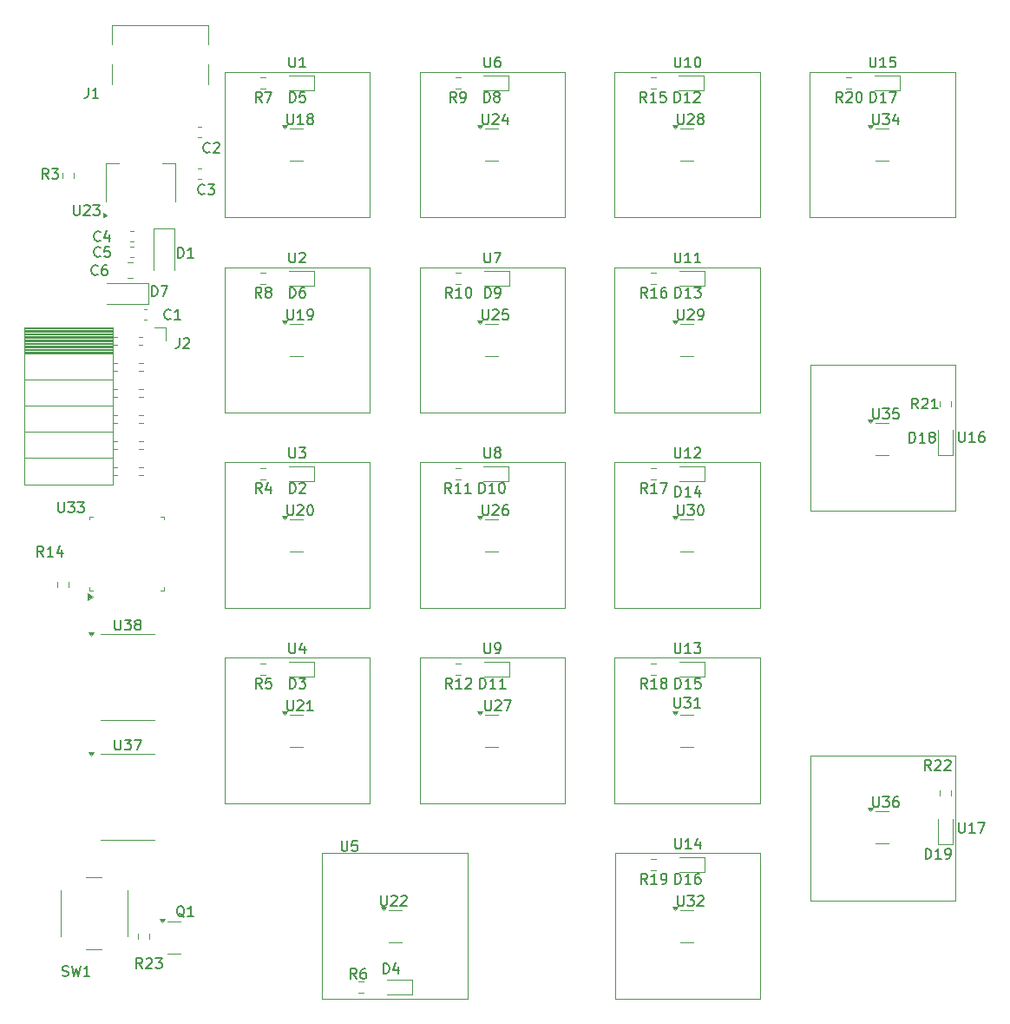
<source format=gbr>
%TF.GenerationSoftware,KiCad,Pcbnew,9.0.4*%
%TF.CreationDate,2026-01-03T23:46:06+09:00*%
%TF.ProjectId,rapidtrigger_keyboard,72617069-6474-4726-9967-6765725f6b65,rev?*%
%TF.SameCoordinates,Original*%
%TF.FileFunction,Legend,Top*%
%TF.FilePolarity,Positive*%
%FSLAX46Y46*%
G04 Gerber Fmt 4.6, Leading zero omitted, Abs format (unit mm)*
G04 Created by KiCad (PCBNEW 9.0.4) date 2026-01-03 23:46:06*
%MOMM*%
%LPD*%
G01*
G04 APERTURE LIST*
%ADD10C,0.150000*%
%ADD11C,0.120000*%
G04 APERTURE END LIST*
D10*
X123364666Y-49238819D02*
X123364666Y-49953104D01*
X123364666Y-49953104D02*
X123317047Y-50095961D01*
X123317047Y-50095961D02*
X123221809Y-50191200D01*
X123221809Y-50191200D02*
X123078952Y-50238819D01*
X123078952Y-50238819D02*
X122983714Y-50238819D01*
X124364666Y-50238819D02*
X123793238Y-50238819D01*
X124078952Y-50238819D02*
X124078952Y-49238819D01*
X124078952Y-49238819D02*
X123983714Y-49381676D01*
X123983714Y-49381676D02*
X123888476Y-49476914D01*
X123888476Y-49476914D02*
X123793238Y-49524533D01*
X148082095Y-122644819D02*
X148082095Y-123454342D01*
X148082095Y-123454342D02*
X148129714Y-123549580D01*
X148129714Y-123549580D02*
X148177333Y-123597200D01*
X148177333Y-123597200D02*
X148272571Y-123644819D01*
X148272571Y-123644819D02*
X148463047Y-123644819D01*
X148463047Y-123644819D02*
X148558285Y-123597200D01*
X148558285Y-123597200D02*
X148605904Y-123549580D01*
X148605904Y-123549580D02*
X148653523Y-123454342D01*
X148653523Y-123454342D02*
X148653523Y-122644819D01*
X149605904Y-122644819D02*
X149129714Y-122644819D01*
X149129714Y-122644819D02*
X149082095Y-123121009D01*
X149082095Y-123121009D02*
X149129714Y-123073390D01*
X149129714Y-123073390D02*
X149224952Y-123025771D01*
X149224952Y-123025771D02*
X149463047Y-123025771D01*
X149463047Y-123025771D02*
X149558285Y-123073390D01*
X149558285Y-123073390D02*
X149605904Y-123121009D01*
X149605904Y-123121009D02*
X149653523Y-123216247D01*
X149653523Y-123216247D02*
X149653523Y-123454342D01*
X149653523Y-123454342D02*
X149605904Y-123549580D01*
X149605904Y-123549580D02*
X149558285Y-123597200D01*
X149558285Y-123597200D02*
X149463047Y-123644819D01*
X149463047Y-123644819D02*
X149224952Y-123644819D01*
X149224952Y-123644819D02*
X149129714Y-123597200D01*
X149129714Y-123597200D02*
X149082095Y-123549580D01*
X208311905Y-120866819D02*
X208311905Y-121676342D01*
X208311905Y-121676342D02*
X208359524Y-121771580D01*
X208359524Y-121771580D02*
X208407143Y-121819200D01*
X208407143Y-121819200D02*
X208502381Y-121866819D01*
X208502381Y-121866819D02*
X208692857Y-121866819D01*
X208692857Y-121866819D02*
X208788095Y-121819200D01*
X208788095Y-121819200D02*
X208835714Y-121771580D01*
X208835714Y-121771580D02*
X208883333Y-121676342D01*
X208883333Y-121676342D02*
X208883333Y-120866819D01*
X209883333Y-121866819D02*
X209311905Y-121866819D01*
X209597619Y-121866819D02*
X209597619Y-120866819D01*
X209597619Y-120866819D02*
X209502381Y-121009676D01*
X209502381Y-121009676D02*
X209407143Y-121104914D01*
X209407143Y-121104914D02*
X209311905Y-121152533D01*
X210216667Y-120866819D02*
X210883333Y-120866819D01*
X210883333Y-120866819D02*
X210454762Y-121866819D01*
X208311905Y-82766819D02*
X208311905Y-83576342D01*
X208311905Y-83576342D02*
X208359524Y-83671580D01*
X208359524Y-83671580D02*
X208407143Y-83719200D01*
X208407143Y-83719200D02*
X208502381Y-83766819D01*
X208502381Y-83766819D02*
X208692857Y-83766819D01*
X208692857Y-83766819D02*
X208788095Y-83719200D01*
X208788095Y-83719200D02*
X208835714Y-83671580D01*
X208835714Y-83671580D02*
X208883333Y-83576342D01*
X208883333Y-83576342D02*
X208883333Y-82766819D01*
X209883333Y-83766819D02*
X209311905Y-83766819D01*
X209597619Y-83766819D02*
X209597619Y-82766819D01*
X209597619Y-82766819D02*
X209502381Y-82909676D01*
X209502381Y-82909676D02*
X209407143Y-83004914D01*
X209407143Y-83004914D02*
X209311905Y-83052533D01*
X210740476Y-82766819D02*
X210550000Y-82766819D01*
X210550000Y-82766819D02*
X210454762Y-82814438D01*
X210454762Y-82814438D02*
X210407143Y-82862057D01*
X210407143Y-82862057D02*
X210311905Y-83004914D01*
X210311905Y-83004914D02*
X210264286Y-83195390D01*
X210264286Y-83195390D02*
X210264286Y-83576342D01*
X210264286Y-83576342D02*
X210311905Y-83671580D01*
X210311905Y-83671580D02*
X210359524Y-83719200D01*
X210359524Y-83719200D02*
X210454762Y-83766819D01*
X210454762Y-83766819D02*
X210645238Y-83766819D01*
X210645238Y-83766819D02*
X210740476Y-83719200D01*
X210740476Y-83719200D02*
X210788095Y-83671580D01*
X210788095Y-83671580D02*
X210835714Y-83576342D01*
X210835714Y-83576342D02*
X210835714Y-83338247D01*
X210835714Y-83338247D02*
X210788095Y-83243009D01*
X210788095Y-83243009D02*
X210740476Y-83195390D01*
X210740476Y-83195390D02*
X210645238Y-83147771D01*
X210645238Y-83147771D02*
X210454762Y-83147771D01*
X210454762Y-83147771D02*
X210359524Y-83195390D01*
X210359524Y-83195390D02*
X210311905Y-83243009D01*
X210311905Y-83243009D02*
X210264286Y-83338247D01*
X180879905Y-70858819D02*
X180879905Y-71668342D01*
X180879905Y-71668342D02*
X180927524Y-71763580D01*
X180927524Y-71763580D02*
X180975143Y-71811200D01*
X180975143Y-71811200D02*
X181070381Y-71858819D01*
X181070381Y-71858819D02*
X181260857Y-71858819D01*
X181260857Y-71858819D02*
X181356095Y-71811200D01*
X181356095Y-71811200D02*
X181403714Y-71763580D01*
X181403714Y-71763580D02*
X181451333Y-71668342D01*
X181451333Y-71668342D02*
X181451333Y-70858819D01*
X181879905Y-70954057D02*
X181927524Y-70906438D01*
X181927524Y-70906438D02*
X182022762Y-70858819D01*
X182022762Y-70858819D02*
X182260857Y-70858819D01*
X182260857Y-70858819D02*
X182356095Y-70906438D01*
X182356095Y-70906438D02*
X182403714Y-70954057D01*
X182403714Y-70954057D02*
X182451333Y-71049295D01*
X182451333Y-71049295D02*
X182451333Y-71144533D01*
X182451333Y-71144533D02*
X182403714Y-71287390D01*
X182403714Y-71287390D02*
X181832286Y-71858819D01*
X181832286Y-71858819D02*
X182451333Y-71858819D01*
X182927524Y-71858819D02*
X183118000Y-71858819D01*
X183118000Y-71858819D02*
X183213238Y-71811200D01*
X183213238Y-71811200D02*
X183260857Y-71763580D01*
X183260857Y-71763580D02*
X183356095Y-71620723D01*
X183356095Y-71620723D02*
X183403714Y-71430247D01*
X183403714Y-71430247D02*
X183403714Y-71049295D01*
X183403714Y-71049295D02*
X183356095Y-70954057D01*
X183356095Y-70954057D02*
X183308476Y-70906438D01*
X183308476Y-70906438D02*
X183213238Y-70858819D01*
X183213238Y-70858819D02*
X183022762Y-70858819D01*
X183022762Y-70858819D02*
X182927524Y-70906438D01*
X182927524Y-70906438D02*
X182879905Y-70954057D01*
X182879905Y-70954057D02*
X182832286Y-71049295D01*
X182832286Y-71049295D02*
X182832286Y-71287390D01*
X182832286Y-71287390D02*
X182879905Y-71382628D01*
X182879905Y-71382628D02*
X182927524Y-71430247D01*
X182927524Y-71430247D02*
X183022762Y-71477866D01*
X183022762Y-71477866D02*
X183213238Y-71477866D01*
X183213238Y-71477866D02*
X183308476Y-71430247D01*
X183308476Y-71430247D02*
X183356095Y-71382628D01*
X183356095Y-71382628D02*
X183403714Y-71287390D01*
X180649714Y-126852819D02*
X180649714Y-125852819D01*
X180649714Y-125852819D02*
X180887809Y-125852819D01*
X180887809Y-125852819D02*
X181030666Y-125900438D01*
X181030666Y-125900438D02*
X181125904Y-125995676D01*
X181125904Y-125995676D02*
X181173523Y-126090914D01*
X181173523Y-126090914D02*
X181221142Y-126281390D01*
X181221142Y-126281390D02*
X181221142Y-126424247D01*
X181221142Y-126424247D02*
X181173523Y-126614723D01*
X181173523Y-126614723D02*
X181125904Y-126709961D01*
X181125904Y-126709961D02*
X181030666Y-126805200D01*
X181030666Y-126805200D02*
X180887809Y-126852819D01*
X180887809Y-126852819D02*
X180649714Y-126852819D01*
X182173523Y-126852819D02*
X181602095Y-126852819D01*
X181887809Y-126852819D02*
X181887809Y-125852819D01*
X181887809Y-125852819D02*
X181792571Y-125995676D01*
X181792571Y-125995676D02*
X181697333Y-126090914D01*
X181697333Y-126090914D02*
X181602095Y-126138533D01*
X183030666Y-125852819D02*
X182840190Y-125852819D01*
X182840190Y-125852819D02*
X182744952Y-125900438D01*
X182744952Y-125900438D02*
X182697333Y-125948057D01*
X182697333Y-125948057D02*
X182602095Y-126090914D01*
X182602095Y-126090914D02*
X182554476Y-126281390D01*
X182554476Y-126281390D02*
X182554476Y-126662342D01*
X182554476Y-126662342D02*
X182602095Y-126757580D01*
X182602095Y-126757580D02*
X182649714Y-126805200D01*
X182649714Y-126805200D02*
X182744952Y-126852819D01*
X182744952Y-126852819D02*
X182935428Y-126852819D01*
X182935428Y-126852819D02*
X183030666Y-126805200D01*
X183030666Y-126805200D02*
X183078285Y-126757580D01*
X183078285Y-126757580D02*
X183125904Y-126662342D01*
X183125904Y-126662342D02*
X183125904Y-126424247D01*
X183125904Y-126424247D02*
X183078285Y-126329009D01*
X183078285Y-126329009D02*
X183030666Y-126281390D01*
X183030666Y-126281390D02*
X182935428Y-126233771D01*
X182935428Y-126233771D02*
X182744952Y-126233771D01*
X182744952Y-126233771D02*
X182649714Y-126281390D01*
X182649714Y-126281390D02*
X182602095Y-126329009D01*
X182602095Y-126329009D02*
X182554476Y-126424247D01*
X199929905Y-80510819D02*
X199929905Y-81320342D01*
X199929905Y-81320342D02*
X199977524Y-81415580D01*
X199977524Y-81415580D02*
X200025143Y-81463200D01*
X200025143Y-81463200D02*
X200120381Y-81510819D01*
X200120381Y-81510819D02*
X200310857Y-81510819D01*
X200310857Y-81510819D02*
X200406095Y-81463200D01*
X200406095Y-81463200D02*
X200453714Y-81415580D01*
X200453714Y-81415580D02*
X200501333Y-81320342D01*
X200501333Y-81320342D02*
X200501333Y-80510819D01*
X200882286Y-80510819D02*
X201501333Y-80510819D01*
X201501333Y-80510819D02*
X201168000Y-80891771D01*
X201168000Y-80891771D02*
X201310857Y-80891771D01*
X201310857Y-80891771D02*
X201406095Y-80939390D01*
X201406095Y-80939390D02*
X201453714Y-80987009D01*
X201453714Y-80987009D02*
X201501333Y-81082247D01*
X201501333Y-81082247D02*
X201501333Y-81320342D01*
X201501333Y-81320342D02*
X201453714Y-81415580D01*
X201453714Y-81415580D02*
X201406095Y-81463200D01*
X201406095Y-81463200D02*
X201310857Y-81510819D01*
X201310857Y-81510819D02*
X201025143Y-81510819D01*
X201025143Y-81510819D02*
X200929905Y-81463200D01*
X200929905Y-81463200D02*
X200882286Y-81415580D01*
X202406095Y-80510819D02*
X201929905Y-80510819D01*
X201929905Y-80510819D02*
X201882286Y-80987009D01*
X201882286Y-80987009D02*
X201929905Y-80939390D01*
X201929905Y-80939390D02*
X202025143Y-80891771D01*
X202025143Y-80891771D02*
X202263238Y-80891771D01*
X202263238Y-80891771D02*
X202358476Y-80939390D01*
X202358476Y-80939390D02*
X202406095Y-80987009D01*
X202406095Y-80987009D02*
X202453714Y-81082247D01*
X202453714Y-81082247D02*
X202453714Y-81320342D01*
X202453714Y-81320342D02*
X202406095Y-81415580D01*
X202406095Y-81415580D02*
X202358476Y-81463200D01*
X202358476Y-81463200D02*
X202263238Y-81510819D01*
X202263238Y-81510819D02*
X202025143Y-81510819D01*
X202025143Y-81510819D02*
X201929905Y-81463200D01*
X201929905Y-81463200D02*
X201882286Y-81415580D01*
X177909642Y-126852819D02*
X177576309Y-126376628D01*
X177338214Y-126852819D02*
X177338214Y-125852819D01*
X177338214Y-125852819D02*
X177719166Y-125852819D01*
X177719166Y-125852819D02*
X177814404Y-125900438D01*
X177814404Y-125900438D02*
X177862023Y-125948057D01*
X177862023Y-125948057D02*
X177909642Y-126043295D01*
X177909642Y-126043295D02*
X177909642Y-126186152D01*
X177909642Y-126186152D02*
X177862023Y-126281390D01*
X177862023Y-126281390D02*
X177814404Y-126329009D01*
X177814404Y-126329009D02*
X177719166Y-126376628D01*
X177719166Y-126376628D02*
X177338214Y-126376628D01*
X178862023Y-126852819D02*
X178290595Y-126852819D01*
X178576309Y-126852819D02*
X178576309Y-125852819D01*
X178576309Y-125852819D02*
X178481071Y-125995676D01*
X178481071Y-125995676D02*
X178385833Y-126090914D01*
X178385833Y-126090914D02*
X178290595Y-126138533D01*
X179338214Y-126852819D02*
X179528690Y-126852819D01*
X179528690Y-126852819D02*
X179623928Y-126805200D01*
X179623928Y-126805200D02*
X179671547Y-126757580D01*
X179671547Y-126757580D02*
X179766785Y-126614723D01*
X179766785Y-126614723D02*
X179814404Y-126424247D01*
X179814404Y-126424247D02*
X179814404Y-126043295D01*
X179814404Y-126043295D02*
X179766785Y-125948057D01*
X179766785Y-125948057D02*
X179719166Y-125900438D01*
X179719166Y-125900438D02*
X179623928Y-125852819D01*
X179623928Y-125852819D02*
X179433452Y-125852819D01*
X179433452Y-125852819D02*
X179338214Y-125900438D01*
X179338214Y-125900438D02*
X179290595Y-125948057D01*
X179290595Y-125948057D02*
X179242976Y-126043295D01*
X179242976Y-126043295D02*
X179242976Y-126281390D01*
X179242976Y-126281390D02*
X179290595Y-126376628D01*
X179290595Y-126376628D02*
X179338214Y-126424247D01*
X179338214Y-126424247D02*
X179433452Y-126471866D01*
X179433452Y-126471866D02*
X179623928Y-126471866D01*
X179623928Y-126471866D02*
X179719166Y-126424247D01*
X179719166Y-126424247D02*
X179766785Y-126376628D01*
X179766785Y-126376628D02*
X179814404Y-126281390D01*
X199699714Y-50652819D02*
X199699714Y-49652819D01*
X199699714Y-49652819D02*
X199937809Y-49652819D01*
X199937809Y-49652819D02*
X200080666Y-49700438D01*
X200080666Y-49700438D02*
X200175904Y-49795676D01*
X200175904Y-49795676D02*
X200223523Y-49890914D01*
X200223523Y-49890914D02*
X200271142Y-50081390D01*
X200271142Y-50081390D02*
X200271142Y-50224247D01*
X200271142Y-50224247D02*
X200223523Y-50414723D01*
X200223523Y-50414723D02*
X200175904Y-50509961D01*
X200175904Y-50509961D02*
X200080666Y-50605200D01*
X200080666Y-50605200D02*
X199937809Y-50652819D01*
X199937809Y-50652819D02*
X199699714Y-50652819D01*
X201223523Y-50652819D02*
X200652095Y-50652819D01*
X200937809Y-50652819D02*
X200937809Y-49652819D01*
X200937809Y-49652819D02*
X200842571Y-49795676D01*
X200842571Y-49795676D02*
X200747333Y-49890914D01*
X200747333Y-49890914D02*
X200652095Y-49938533D01*
X201556857Y-49652819D02*
X202223523Y-49652819D01*
X202223523Y-49652819D02*
X201794952Y-50652819D01*
X161525714Y-88752819D02*
X161525714Y-87752819D01*
X161525714Y-87752819D02*
X161763809Y-87752819D01*
X161763809Y-87752819D02*
X161906666Y-87800438D01*
X161906666Y-87800438D02*
X162001904Y-87895676D01*
X162001904Y-87895676D02*
X162049523Y-87990914D01*
X162049523Y-87990914D02*
X162097142Y-88181390D01*
X162097142Y-88181390D02*
X162097142Y-88324247D01*
X162097142Y-88324247D02*
X162049523Y-88514723D01*
X162049523Y-88514723D02*
X162001904Y-88609961D01*
X162001904Y-88609961D02*
X161906666Y-88705200D01*
X161906666Y-88705200D02*
X161763809Y-88752819D01*
X161763809Y-88752819D02*
X161525714Y-88752819D01*
X163049523Y-88752819D02*
X162478095Y-88752819D01*
X162763809Y-88752819D02*
X162763809Y-87752819D01*
X162763809Y-87752819D02*
X162668571Y-87895676D01*
X162668571Y-87895676D02*
X162573333Y-87990914D01*
X162573333Y-87990914D02*
X162478095Y-88038533D01*
X163668571Y-87752819D02*
X163763809Y-87752819D01*
X163763809Y-87752819D02*
X163859047Y-87800438D01*
X163859047Y-87800438D02*
X163906666Y-87848057D01*
X163906666Y-87848057D02*
X163954285Y-87943295D01*
X163954285Y-87943295D02*
X164001904Y-88133771D01*
X164001904Y-88133771D02*
X164001904Y-88371866D01*
X164001904Y-88371866D02*
X163954285Y-88562342D01*
X163954285Y-88562342D02*
X163906666Y-88657580D01*
X163906666Y-88657580D02*
X163859047Y-88705200D01*
X163859047Y-88705200D02*
X163763809Y-88752819D01*
X163763809Y-88752819D02*
X163668571Y-88752819D01*
X163668571Y-88752819D02*
X163573333Y-88705200D01*
X163573333Y-88705200D02*
X163525714Y-88657580D01*
X163525714Y-88657580D02*
X163478095Y-88562342D01*
X163478095Y-88562342D02*
X163430476Y-88371866D01*
X163430476Y-88371866D02*
X163430476Y-88133771D01*
X163430476Y-88133771D02*
X163478095Y-87943295D01*
X163478095Y-87943295D02*
X163525714Y-87848057D01*
X163525714Y-87848057D02*
X163573333Y-87800438D01*
X163573333Y-87800438D02*
X163668571Y-87752819D01*
X119467333Y-58112819D02*
X119134000Y-57636628D01*
X118895905Y-58112819D02*
X118895905Y-57112819D01*
X118895905Y-57112819D02*
X119276857Y-57112819D01*
X119276857Y-57112819D02*
X119372095Y-57160438D01*
X119372095Y-57160438D02*
X119419714Y-57208057D01*
X119419714Y-57208057D02*
X119467333Y-57303295D01*
X119467333Y-57303295D02*
X119467333Y-57446152D01*
X119467333Y-57446152D02*
X119419714Y-57541390D01*
X119419714Y-57541390D02*
X119372095Y-57589009D01*
X119372095Y-57589009D02*
X119276857Y-57636628D01*
X119276857Y-57636628D02*
X118895905Y-57636628D01*
X119800667Y-57112819D02*
X120419714Y-57112819D01*
X120419714Y-57112819D02*
X120086381Y-57493771D01*
X120086381Y-57493771D02*
X120229238Y-57493771D01*
X120229238Y-57493771D02*
X120324476Y-57541390D01*
X120324476Y-57541390D02*
X120372095Y-57589009D01*
X120372095Y-57589009D02*
X120419714Y-57684247D01*
X120419714Y-57684247D02*
X120419714Y-57922342D01*
X120419714Y-57922342D02*
X120372095Y-58017580D01*
X120372095Y-58017580D02*
X120324476Y-58065200D01*
X120324476Y-58065200D02*
X120229238Y-58112819D01*
X120229238Y-58112819D02*
X119943524Y-58112819D01*
X119943524Y-58112819D02*
X119848286Y-58065200D01*
X119848286Y-58065200D02*
X119800667Y-58017580D01*
X142779905Y-108958819D02*
X142779905Y-109768342D01*
X142779905Y-109768342D02*
X142827524Y-109863580D01*
X142827524Y-109863580D02*
X142875143Y-109911200D01*
X142875143Y-109911200D02*
X142970381Y-109958819D01*
X142970381Y-109958819D02*
X143160857Y-109958819D01*
X143160857Y-109958819D02*
X143256095Y-109911200D01*
X143256095Y-109911200D02*
X143303714Y-109863580D01*
X143303714Y-109863580D02*
X143351333Y-109768342D01*
X143351333Y-109768342D02*
X143351333Y-108958819D01*
X143779905Y-109054057D02*
X143827524Y-109006438D01*
X143827524Y-109006438D02*
X143922762Y-108958819D01*
X143922762Y-108958819D02*
X144160857Y-108958819D01*
X144160857Y-108958819D02*
X144256095Y-109006438D01*
X144256095Y-109006438D02*
X144303714Y-109054057D01*
X144303714Y-109054057D02*
X144351333Y-109149295D01*
X144351333Y-109149295D02*
X144351333Y-109244533D01*
X144351333Y-109244533D02*
X144303714Y-109387390D01*
X144303714Y-109387390D02*
X143732286Y-109958819D01*
X143732286Y-109958819D02*
X144351333Y-109958819D01*
X145303714Y-109958819D02*
X144732286Y-109958819D01*
X145018000Y-109958819D02*
X145018000Y-108958819D01*
X145018000Y-108958819D02*
X144922762Y-109101676D01*
X144922762Y-109101676D02*
X144827524Y-109196914D01*
X144827524Y-109196914D02*
X144732286Y-109244533D01*
X125959905Y-112787819D02*
X125959905Y-113597342D01*
X125959905Y-113597342D02*
X126007524Y-113692580D01*
X126007524Y-113692580D02*
X126055143Y-113740200D01*
X126055143Y-113740200D02*
X126150381Y-113787819D01*
X126150381Y-113787819D02*
X126340857Y-113787819D01*
X126340857Y-113787819D02*
X126436095Y-113740200D01*
X126436095Y-113740200D02*
X126483714Y-113692580D01*
X126483714Y-113692580D02*
X126531333Y-113597342D01*
X126531333Y-113597342D02*
X126531333Y-112787819D01*
X126912286Y-112787819D02*
X127531333Y-112787819D01*
X127531333Y-112787819D02*
X127198000Y-113168771D01*
X127198000Y-113168771D02*
X127340857Y-113168771D01*
X127340857Y-113168771D02*
X127436095Y-113216390D01*
X127436095Y-113216390D02*
X127483714Y-113264009D01*
X127483714Y-113264009D02*
X127531333Y-113359247D01*
X127531333Y-113359247D02*
X127531333Y-113597342D01*
X127531333Y-113597342D02*
X127483714Y-113692580D01*
X127483714Y-113692580D02*
X127436095Y-113740200D01*
X127436095Y-113740200D02*
X127340857Y-113787819D01*
X127340857Y-113787819D02*
X127055143Y-113787819D01*
X127055143Y-113787819D02*
X126959905Y-113740200D01*
X126959905Y-113740200D02*
X126912286Y-113692580D01*
X127864667Y-112787819D02*
X128531333Y-112787819D01*
X128531333Y-112787819D02*
X128102762Y-113787819D01*
X177835642Y-50652819D02*
X177502309Y-50176628D01*
X177264214Y-50652819D02*
X177264214Y-49652819D01*
X177264214Y-49652819D02*
X177645166Y-49652819D01*
X177645166Y-49652819D02*
X177740404Y-49700438D01*
X177740404Y-49700438D02*
X177788023Y-49748057D01*
X177788023Y-49748057D02*
X177835642Y-49843295D01*
X177835642Y-49843295D02*
X177835642Y-49986152D01*
X177835642Y-49986152D02*
X177788023Y-50081390D01*
X177788023Y-50081390D02*
X177740404Y-50129009D01*
X177740404Y-50129009D02*
X177645166Y-50176628D01*
X177645166Y-50176628D02*
X177264214Y-50176628D01*
X178788023Y-50652819D02*
X178216595Y-50652819D01*
X178502309Y-50652819D02*
X178502309Y-49652819D01*
X178502309Y-49652819D02*
X178407071Y-49795676D01*
X178407071Y-49795676D02*
X178311833Y-49890914D01*
X178311833Y-49890914D02*
X178216595Y-49938533D01*
X179692785Y-49652819D02*
X179216595Y-49652819D01*
X179216595Y-49652819D02*
X179168976Y-50129009D01*
X179168976Y-50129009D02*
X179216595Y-50081390D01*
X179216595Y-50081390D02*
X179311833Y-50033771D01*
X179311833Y-50033771D02*
X179549928Y-50033771D01*
X179549928Y-50033771D02*
X179645166Y-50081390D01*
X179645166Y-50081390D02*
X179692785Y-50129009D01*
X179692785Y-50129009D02*
X179740404Y-50224247D01*
X179740404Y-50224247D02*
X179740404Y-50462342D01*
X179740404Y-50462342D02*
X179692785Y-50557580D01*
X179692785Y-50557580D02*
X179645166Y-50605200D01*
X179645166Y-50605200D02*
X179549928Y-50652819D01*
X179549928Y-50652819D02*
X179311833Y-50652819D01*
X179311833Y-50652819D02*
X179216595Y-50605200D01*
X179216595Y-50605200D02*
X179168976Y-50557580D01*
X162032645Y-84326819D02*
X162032645Y-85136342D01*
X162032645Y-85136342D02*
X162080264Y-85231580D01*
X162080264Y-85231580D02*
X162127883Y-85279200D01*
X162127883Y-85279200D02*
X162223121Y-85326819D01*
X162223121Y-85326819D02*
X162413597Y-85326819D01*
X162413597Y-85326819D02*
X162508835Y-85279200D01*
X162508835Y-85279200D02*
X162556454Y-85231580D01*
X162556454Y-85231580D02*
X162604073Y-85136342D01*
X162604073Y-85136342D02*
X162604073Y-84326819D01*
X163223121Y-84755390D02*
X163127883Y-84707771D01*
X163127883Y-84707771D02*
X163080264Y-84660152D01*
X163080264Y-84660152D02*
X163032645Y-84564914D01*
X163032645Y-84564914D02*
X163032645Y-84517295D01*
X163032645Y-84517295D02*
X163080264Y-84422057D01*
X163080264Y-84422057D02*
X163127883Y-84374438D01*
X163127883Y-84374438D02*
X163223121Y-84326819D01*
X163223121Y-84326819D02*
X163413597Y-84326819D01*
X163413597Y-84326819D02*
X163508835Y-84374438D01*
X163508835Y-84374438D02*
X163556454Y-84422057D01*
X163556454Y-84422057D02*
X163604073Y-84517295D01*
X163604073Y-84517295D02*
X163604073Y-84564914D01*
X163604073Y-84564914D02*
X163556454Y-84660152D01*
X163556454Y-84660152D02*
X163508835Y-84707771D01*
X163508835Y-84707771D02*
X163413597Y-84755390D01*
X163413597Y-84755390D02*
X163223121Y-84755390D01*
X163223121Y-84755390D02*
X163127883Y-84803009D01*
X163127883Y-84803009D02*
X163080264Y-84850628D01*
X163080264Y-84850628D02*
X163032645Y-84945866D01*
X163032645Y-84945866D02*
X163032645Y-85136342D01*
X163032645Y-85136342D02*
X163080264Y-85231580D01*
X163080264Y-85231580D02*
X163127883Y-85279200D01*
X163127883Y-85279200D02*
X163223121Y-85326819D01*
X163223121Y-85326819D02*
X163413597Y-85326819D01*
X163413597Y-85326819D02*
X163508835Y-85279200D01*
X163508835Y-85279200D02*
X163556454Y-85231580D01*
X163556454Y-85231580D02*
X163604073Y-85136342D01*
X163604073Y-85136342D02*
X163604073Y-84945866D01*
X163604073Y-84945866D02*
X163556454Y-84850628D01*
X163556454Y-84850628D02*
X163508835Y-84803009D01*
X163508835Y-84803009D02*
X163413597Y-84755390D01*
X180879905Y-51808819D02*
X180879905Y-52618342D01*
X180879905Y-52618342D02*
X180927524Y-52713580D01*
X180927524Y-52713580D02*
X180975143Y-52761200D01*
X180975143Y-52761200D02*
X181070381Y-52808819D01*
X181070381Y-52808819D02*
X181260857Y-52808819D01*
X181260857Y-52808819D02*
X181356095Y-52761200D01*
X181356095Y-52761200D02*
X181403714Y-52713580D01*
X181403714Y-52713580D02*
X181451333Y-52618342D01*
X181451333Y-52618342D02*
X181451333Y-51808819D01*
X181879905Y-51904057D02*
X181927524Y-51856438D01*
X181927524Y-51856438D02*
X182022762Y-51808819D01*
X182022762Y-51808819D02*
X182260857Y-51808819D01*
X182260857Y-51808819D02*
X182356095Y-51856438D01*
X182356095Y-51856438D02*
X182403714Y-51904057D01*
X182403714Y-51904057D02*
X182451333Y-51999295D01*
X182451333Y-51999295D02*
X182451333Y-52094533D01*
X182451333Y-52094533D02*
X182403714Y-52237390D01*
X182403714Y-52237390D02*
X181832286Y-52808819D01*
X181832286Y-52808819D02*
X182451333Y-52808819D01*
X183022762Y-52237390D02*
X182927524Y-52189771D01*
X182927524Y-52189771D02*
X182879905Y-52142152D01*
X182879905Y-52142152D02*
X182832286Y-52046914D01*
X182832286Y-52046914D02*
X182832286Y-51999295D01*
X182832286Y-51999295D02*
X182879905Y-51904057D01*
X182879905Y-51904057D02*
X182927524Y-51856438D01*
X182927524Y-51856438D02*
X183022762Y-51808819D01*
X183022762Y-51808819D02*
X183213238Y-51808819D01*
X183213238Y-51808819D02*
X183308476Y-51856438D01*
X183308476Y-51856438D02*
X183356095Y-51904057D01*
X183356095Y-51904057D02*
X183403714Y-51999295D01*
X183403714Y-51999295D02*
X183403714Y-52046914D01*
X183403714Y-52046914D02*
X183356095Y-52142152D01*
X183356095Y-52142152D02*
X183308476Y-52189771D01*
X183308476Y-52189771D02*
X183213238Y-52237390D01*
X183213238Y-52237390D02*
X183022762Y-52237390D01*
X183022762Y-52237390D02*
X182927524Y-52285009D01*
X182927524Y-52285009D02*
X182879905Y-52332628D01*
X182879905Y-52332628D02*
X182832286Y-52427866D01*
X182832286Y-52427866D02*
X182832286Y-52618342D01*
X182832286Y-52618342D02*
X182879905Y-52713580D01*
X182879905Y-52713580D02*
X182927524Y-52761200D01*
X182927524Y-52761200D02*
X183022762Y-52808819D01*
X183022762Y-52808819D02*
X183213238Y-52808819D01*
X183213238Y-52808819D02*
X183308476Y-52761200D01*
X183308476Y-52761200D02*
X183356095Y-52713580D01*
X183356095Y-52713580D02*
X183403714Y-52618342D01*
X183403714Y-52618342D02*
X183403714Y-52427866D01*
X183403714Y-52427866D02*
X183356095Y-52332628D01*
X183356095Y-52332628D02*
X183308476Y-52285009D01*
X183308476Y-52285009D02*
X183213238Y-52237390D01*
X177909642Y-69702819D02*
X177576309Y-69226628D01*
X177338214Y-69702819D02*
X177338214Y-68702819D01*
X177338214Y-68702819D02*
X177719166Y-68702819D01*
X177719166Y-68702819D02*
X177814404Y-68750438D01*
X177814404Y-68750438D02*
X177862023Y-68798057D01*
X177862023Y-68798057D02*
X177909642Y-68893295D01*
X177909642Y-68893295D02*
X177909642Y-69036152D01*
X177909642Y-69036152D02*
X177862023Y-69131390D01*
X177862023Y-69131390D02*
X177814404Y-69179009D01*
X177814404Y-69179009D02*
X177719166Y-69226628D01*
X177719166Y-69226628D02*
X177338214Y-69226628D01*
X178862023Y-69702819D02*
X178290595Y-69702819D01*
X178576309Y-69702819D02*
X178576309Y-68702819D01*
X178576309Y-68702819D02*
X178481071Y-68845676D01*
X178481071Y-68845676D02*
X178385833Y-68940914D01*
X178385833Y-68940914D02*
X178290595Y-68988533D01*
X179719166Y-68702819D02*
X179528690Y-68702819D01*
X179528690Y-68702819D02*
X179433452Y-68750438D01*
X179433452Y-68750438D02*
X179385833Y-68798057D01*
X179385833Y-68798057D02*
X179290595Y-68940914D01*
X179290595Y-68940914D02*
X179242976Y-69131390D01*
X179242976Y-69131390D02*
X179242976Y-69512342D01*
X179242976Y-69512342D02*
X179290595Y-69607580D01*
X179290595Y-69607580D02*
X179338214Y-69655200D01*
X179338214Y-69655200D02*
X179433452Y-69702819D01*
X179433452Y-69702819D02*
X179623928Y-69702819D01*
X179623928Y-69702819D02*
X179719166Y-69655200D01*
X179719166Y-69655200D02*
X179766785Y-69607580D01*
X179766785Y-69607580D02*
X179814404Y-69512342D01*
X179814404Y-69512342D02*
X179814404Y-69274247D01*
X179814404Y-69274247D02*
X179766785Y-69179009D01*
X179766785Y-69179009D02*
X179719166Y-69131390D01*
X179719166Y-69131390D02*
X179623928Y-69083771D01*
X179623928Y-69083771D02*
X179433452Y-69083771D01*
X179433452Y-69083771D02*
X179338214Y-69131390D01*
X179338214Y-69131390D02*
X179290595Y-69179009D01*
X179290595Y-69179009D02*
X179242976Y-69274247D01*
X143025905Y-107802819D02*
X143025905Y-106802819D01*
X143025905Y-106802819D02*
X143264000Y-106802819D01*
X143264000Y-106802819D02*
X143406857Y-106850438D01*
X143406857Y-106850438D02*
X143502095Y-106945676D01*
X143502095Y-106945676D02*
X143549714Y-107040914D01*
X143549714Y-107040914D02*
X143597333Y-107231390D01*
X143597333Y-107231390D02*
X143597333Y-107374247D01*
X143597333Y-107374247D02*
X143549714Y-107564723D01*
X143549714Y-107564723D02*
X143502095Y-107659961D01*
X143502095Y-107659961D02*
X143406857Y-107755200D01*
X143406857Y-107755200D02*
X143264000Y-107802819D01*
X143264000Y-107802819D02*
X143025905Y-107802819D01*
X143930667Y-106802819D02*
X144549714Y-106802819D01*
X144549714Y-106802819D02*
X144216381Y-107183771D01*
X144216381Y-107183771D02*
X144359238Y-107183771D01*
X144359238Y-107183771D02*
X144454476Y-107231390D01*
X144454476Y-107231390D02*
X144502095Y-107279009D01*
X144502095Y-107279009D02*
X144549714Y-107374247D01*
X144549714Y-107374247D02*
X144549714Y-107612342D01*
X144549714Y-107612342D02*
X144502095Y-107707580D01*
X144502095Y-107707580D02*
X144454476Y-107755200D01*
X144454476Y-107755200D02*
X144359238Y-107802819D01*
X144359238Y-107802819D02*
X144073524Y-107802819D01*
X144073524Y-107802819D02*
X143978286Y-107755200D01*
X143978286Y-107755200D02*
X143930667Y-107707580D01*
X180649714Y-69702819D02*
X180649714Y-68702819D01*
X180649714Y-68702819D02*
X180887809Y-68702819D01*
X180887809Y-68702819D02*
X181030666Y-68750438D01*
X181030666Y-68750438D02*
X181125904Y-68845676D01*
X181125904Y-68845676D02*
X181173523Y-68940914D01*
X181173523Y-68940914D02*
X181221142Y-69131390D01*
X181221142Y-69131390D02*
X181221142Y-69274247D01*
X181221142Y-69274247D02*
X181173523Y-69464723D01*
X181173523Y-69464723D02*
X181125904Y-69559961D01*
X181125904Y-69559961D02*
X181030666Y-69655200D01*
X181030666Y-69655200D02*
X180887809Y-69702819D01*
X180887809Y-69702819D02*
X180649714Y-69702819D01*
X182173523Y-69702819D02*
X181602095Y-69702819D01*
X181887809Y-69702819D02*
X181887809Y-68702819D01*
X181887809Y-68702819D02*
X181792571Y-68845676D01*
X181792571Y-68845676D02*
X181697333Y-68940914D01*
X181697333Y-68940914D02*
X181602095Y-68988533D01*
X182506857Y-68702819D02*
X183125904Y-68702819D01*
X183125904Y-68702819D02*
X182792571Y-69083771D01*
X182792571Y-69083771D02*
X182935428Y-69083771D01*
X182935428Y-69083771D02*
X183030666Y-69131390D01*
X183030666Y-69131390D02*
X183078285Y-69179009D01*
X183078285Y-69179009D02*
X183125904Y-69274247D01*
X183125904Y-69274247D02*
X183125904Y-69512342D01*
X183125904Y-69512342D02*
X183078285Y-69607580D01*
X183078285Y-69607580D02*
X183030666Y-69655200D01*
X183030666Y-69655200D02*
X182935428Y-69702819D01*
X182935428Y-69702819D02*
X182649714Y-69702819D01*
X182649714Y-69702819D02*
X182554476Y-69655200D01*
X182554476Y-69655200D02*
X182506857Y-69607580D01*
X199636455Y-46246819D02*
X199636455Y-47056342D01*
X199636455Y-47056342D02*
X199684074Y-47151580D01*
X199684074Y-47151580D02*
X199731693Y-47199200D01*
X199731693Y-47199200D02*
X199826931Y-47246819D01*
X199826931Y-47246819D02*
X200017407Y-47246819D01*
X200017407Y-47246819D02*
X200112645Y-47199200D01*
X200112645Y-47199200D02*
X200160264Y-47151580D01*
X200160264Y-47151580D02*
X200207883Y-47056342D01*
X200207883Y-47056342D02*
X200207883Y-46246819D01*
X201207883Y-47246819D02*
X200636455Y-47246819D01*
X200922169Y-47246819D02*
X200922169Y-46246819D01*
X200922169Y-46246819D02*
X200826931Y-46389676D01*
X200826931Y-46389676D02*
X200731693Y-46484914D01*
X200731693Y-46484914D02*
X200636455Y-46532533D01*
X202112645Y-46246819D02*
X201636455Y-46246819D01*
X201636455Y-46246819D02*
X201588836Y-46723009D01*
X201588836Y-46723009D02*
X201636455Y-46675390D01*
X201636455Y-46675390D02*
X201731693Y-46627771D01*
X201731693Y-46627771D02*
X201969788Y-46627771D01*
X201969788Y-46627771D02*
X202065026Y-46675390D01*
X202065026Y-46675390D02*
X202112645Y-46723009D01*
X202112645Y-46723009D02*
X202160264Y-46818247D01*
X202160264Y-46818247D02*
X202160264Y-47056342D01*
X202160264Y-47056342D02*
X202112645Y-47151580D01*
X202112645Y-47151580D02*
X202065026Y-47199200D01*
X202065026Y-47199200D02*
X201969788Y-47246819D01*
X201969788Y-47246819D02*
X201731693Y-47246819D01*
X201731693Y-47246819D02*
X201636455Y-47199200D01*
X201636455Y-47199200D02*
X201588836Y-47151580D01*
X131405333Y-71733580D02*
X131357714Y-71781200D01*
X131357714Y-71781200D02*
X131214857Y-71828819D01*
X131214857Y-71828819D02*
X131119619Y-71828819D01*
X131119619Y-71828819D02*
X130976762Y-71781200D01*
X130976762Y-71781200D02*
X130881524Y-71685961D01*
X130881524Y-71685961D02*
X130833905Y-71590723D01*
X130833905Y-71590723D02*
X130786286Y-71400247D01*
X130786286Y-71400247D02*
X130786286Y-71257390D01*
X130786286Y-71257390D02*
X130833905Y-71066914D01*
X130833905Y-71066914D02*
X130881524Y-70971676D01*
X130881524Y-70971676D02*
X130976762Y-70876438D01*
X130976762Y-70876438D02*
X131119619Y-70828819D01*
X131119619Y-70828819D02*
X131214857Y-70828819D01*
X131214857Y-70828819D02*
X131357714Y-70876438D01*
X131357714Y-70876438D02*
X131405333Y-70924057D01*
X132357714Y-71828819D02*
X131786286Y-71828819D01*
X132072000Y-71828819D02*
X132072000Y-70828819D01*
X132072000Y-70828819D02*
X131976762Y-70971676D01*
X131976762Y-70971676D02*
X131881524Y-71066914D01*
X131881524Y-71066914D02*
X131786286Y-71114533D01*
X161829905Y-70858819D02*
X161829905Y-71668342D01*
X161829905Y-71668342D02*
X161877524Y-71763580D01*
X161877524Y-71763580D02*
X161925143Y-71811200D01*
X161925143Y-71811200D02*
X162020381Y-71858819D01*
X162020381Y-71858819D02*
X162210857Y-71858819D01*
X162210857Y-71858819D02*
X162306095Y-71811200D01*
X162306095Y-71811200D02*
X162353714Y-71763580D01*
X162353714Y-71763580D02*
X162401333Y-71668342D01*
X162401333Y-71668342D02*
X162401333Y-70858819D01*
X162829905Y-70954057D02*
X162877524Y-70906438D01*
X162877524Y-70906438D02*
X162972762Y-70858819D01*
X162972762Y-70858819D02*
X163210857Y-70858819D01*
X163210857Y-70858819D02*
X163306095Y-70906438D01*
X163306095Y-70906438D02*
X163353714Y-70954057D01*
X163353714Y-70954057D02*
X163401333Y-71049295D01*
X163401333Y-71049295D02*
X163401333Y-71144533D01*
X163401333Y-71144533D02*
X163353714Y-71287390D01*
X163353714Y-71287390D02*
X162782286Y-71858819D01*
X162782286Y-71858819D02*
X163401333Y-71858819D01*
X164306095Y-70858819D02*
X163829905Y-70858819D01*
X163829905Y-70858819D02*
X163782286Y-71335009D01*
X163782286Y-71335009D02*
X163829905Y-71287390D01*
X163829905Y-71287390D02*
X163925143Y-71239771D01*
X163925143Y-71239771D02*
X164163238Y-71239771D01*
X164163238Y-71239771D02*
X164258476Y-71287390D01*
X164258476Y-71287390D02*
X164306095Y-71335009D01*
X164306095Y-71335009D02*
X164353714Y-71430247D01*
X164353714Y-71430247D02*
X164353714Y-71668342D01*
X164353714Y-71668342D02*
X164306095Y-71763580D01*
X164306095Y-71763580D02*
X164258476Y-71811200D01*
X164258476Y-71811200D02*
X164163238Y-71858819D01*
X164163238Y-71858819D02*
X163925143Y-71858819D01*
X163925143Y-71858819D02*
X163829905Y-71811200D01*
X163829905Y-71811200D02*
X163782286Y-71763580D01*
X143025905Y-88752819D02*
X143025905Y-87752819D01*
X143025905Y-87752819D02*
X143264000Y-87752819D01*
X143264000Y-87752819D02*
X143406857Y-87800438D01*
X143406857Y-87800438D02*
X143502095Y-87895676D01*
X143502095Y-87895676D02*
X143549714Y-87990914D01*
X143549714Y-87990914D02*
X143597333Y-88181390D01*
X143597333Y-88181390D02*
X143597333Y-88324247D01*
X143597333Y-88324247D02*
X143549714Y-88514723D01*
X143549714Y-88514723D02*
X143502095Y-88609961D01*
X143502095Y-88609961D02*
X143406857Y-88705200D01*
X143406857Y-88705200D02*
X143264000Y-88752819D01*
X143264000Y-88752819D02*
X143025905Y-88752819D01*
X143978286Y-87848057D02*
X144025905Y-87800438D01*
X144025905Y-87800438D02*
X144121143Y-87752819D01*
X144121143Y-87752819D02*
X144359238Y-87752819D01*
X144359238Y-87752819D02*
X144454476Y-87800438D01*
X144454476Y-87800438D02*
X144502095Y-87848057D01*
X144502095Y-87848057D02*
X144549714Y-87943295D01*
X144549714Y-87943295D02*
X144549714Y-88038533D01*
X144549714Y-88038533D02*
X144502095Y-88181390D01*
X144502095Y-88181390D02*
X143930667Y-88752819D01*
X143930667Y-88752819D02*
X144549714Y-88752819D01*
X162032645Y-46246819D02*
X162032645Y-47056342D01*
X162032645Y-47056342D02*
X162080264Y-47151580D01*
X162080264Y-47151580D02*
X162127883Y-47199200D01*
X162127883Y-47199200D02*
X162223121Y-47246819D01*
X162223121Y-47246819D02*
X162413597Y-47246819D01*
X162413597Y-47246819D02*
X162508835Y-47199200D01*
X162508835Y-47199200D02*
X162556454Y-47151580D01*
X162556454Y-47151580D02*
X162604073Y-47056342D01*
X162604073Y-47056342D02*
X162604073Y-46246819D01*
X163508835Y-46246819D02*
X163318359Y-46246819D01*
X163318359Y-46246819D02*
X163223121Y-46294438D01*
X163223121Y-46294438D02*
X163175502Y-46342057D01*
X163175502Y-46342057D02*
X163080264Y-46484914D01*
X163080264Y-46484914D02*
X163032645Y-46675390D01*
X163032645Y-46675390D02*
X163032645Y-47056342D01*
X163032645Y-47056342D02*
X163080264Y-47151580D01*
X163080264Y-47151580D02*
X163127883Y-47199200D01*
X163127883Y-47199200D02*
X163223121Y-47246819D01*
X163223121Y-47246819D02*
X163413597Y-47246819D01*
X163413597Y-47246819D02*
X163508835Y-47199200D01*
X163508835Y-47199200D02*
X163556454Y-47151580D01*
X163556454Y-47151580D02*
X163604073Y-47056342D01*
X163604073Y-47056342D02*
X163604073Y-46818247D01*
X163604073Y-46818247D02*
X163556454Y-46723009D01*
X163556454Y-46723009D02*
X163508835Y-46675390D01*
X163508835Y-46675390D02*
X163413597Y-46627771D01*
X163413597Y-46627771D02*
X163223121Y-46627771D01*
X163223121Y-46627771D02*
X163127883Y-46675390D01*
X163127883Y-46675390D02*
X163080264Y-46723009D01*
X163080264Y-46723009D02*
X163032645Y-46818247D01*
X180575714Y-50652819D02*
X180575714Y-49652819D01*
X180575714Y-49652819D02*
X180813809Y-49652819D01*
X180813809Y-49652819D02*
X180956666Y-49700438D01*
X180956666Y-49700438D02*
X181051904Y-49795676D01*
X181051904Y-49795676D02*
X181099523Y-49890914D01*
X181099523Y-49890914D02*
X181147142Y-50081390D01*
X181147142Y-50081390D02*
X181147142Y-50224247D01*
X181147142Y-50224247D02*
X181099523Y-50414723D01*
X181099523Y-50414723D02*
X181051904Y-50509961D01*
X181051904Y-50509961D02*
X180956666Y-50605200D01*
X180956666Y-50605200D02*
X180813809Y-50652819D01*
X180813809Y-50652819D02*
X180575714Y-50652819D01*
X182099523Y-50652819D02*
X181528095Y-50652819D01*
X181813809Y-50652819D02*
X181813809Y-49652819D01*
X181813809Y-49652819D02*
X181718571Y-49795676D01*
X181718571Y-49795676D02*
X181623333Y-49890914D01*
X181623333Y-49890914D02*
X181528095Y-49938533D01*
X182480476Y-49748057D02*
X182528095Y-49700438D01*
X182528095Y-49700438D02*
X182623333Y-49652819D01*
X182623333Y-49652819D02*
X182861428Y-49652819D01*
X182861428Y-49652819D02*
X182956666Y-49700438D01*
X182956666Y-49700438D02*
X183004285Y-49748057D01*
X183004285Y-49748057D02*
X183051904Y-49843295D01*
X183051904Y-49843295D02*
X183051904Y-49938533D01*
X183051904Y-49938533D02*
X183004285Y-50081390D01*
X183004285Y-50081390D02*
X182432857Y-50652819D01*
X182432857Y-50652819D02*
X183051904Y-50652819D01*
X162032645Y-65286819D02*
X162032645Y-66096342D01*
X162032645Y-66096342D02*
X162080264Y-66191580D01*
X162080264Y-66191580D02*
X162127883Y-66239200D01*
X162127883Y-66239200D02*
X162223121Y-66286819D01*
X162223121Y-66286819D02*
X162413597Y-66286819D01*
X162413597Y-66286819D02*
X162508835Y-66239200D01*
X162508835Y-66239200D02*
X162556454Y-66191580D01*
X162556454Y-66191580D02*
X162604073Y-66096342D01*
X162604073Y-66096342D02*
X162604073Y-65286819D01*
X162985026Y-65286819D02*
X163651692Y-65286819D01*
X163651692Y-65286819D02*
X163223121Y-66286819D01*
X205060714Y-124406819D02*
X205060714Y-123406819D01*
X205060714Y-123406819D02*
X205298809Y-123406819D01*
X205298809Y-123406819D02*
X205441666Y-123454438D01*
X205441666Y-123454438D02*
X205536904Y-123549676D01*
X205536904Y-123549676D02*
X205584523Y-123644914D01*
X205584523Y-123644914D02*
X205632142Y-123835390D01*
X205632142Y-123835390D02*
X205632142Y-123978247D01*
X205632142Y-123978247D02*
X205584523Y-124168723D01*
X205584523Y-124168723D02*
X205536904Y-124263961D01*
X205536904Y-124263961D02*
X205441666Y-124359200D01*
X205441666Y-124359200D02*
X205298809Y-124406819D01*
X205298809Y-124406819D02*
X205060714Y-124406819D01*
X206584523Y-124406819D02*
X206013095Y-124406819D01*
X206298809Y-124406819D02*
X206298809Y-123406819D01*
X206298809Y-123406819D02*
X206203571Y-123549676D01*
X206203571Y-123549676D02*
X206108333Y-123644914D01*
X206108333Y-123644914D02*
X206013095Y-123692533D01*
X207060714Y-124406819D02*
X207251190Y-124406819D01*
X207251190Y-124406819D02*
X207346428Y-124359200D01*
X207346428Y-124359200D02*
X207394047Y-124311580D01*
X207394047Y-124311580D02*
X207489285Y-124168723D01*
X207489285Y-124168723D02*
X207536904Y-123978247D01*
X207536904Y-123978247D02*
X207536904Y-123597295D01*
X207536904Y-123597295D02*
X207489285Y-123502057D01*
X207489285Y-123502057D02*
X207441666Y-123454438D01*
X207441666Y-123454438D02*
X207346428Y-123406819D01*
X207346428Y-123406819D02*
X207155952Y-123406819D01*
X207155952Y-123406819D02*
X207060714Y-123454438D01*
X207060714Y-123454438D02*
X207013095Y-123502057D01*
X207013095Y-123502057D02*
X206965476Y-123597295D01*
X206965476Y-123597295D02*
X206965476Y-123835390D01*
X206965476Y-123835390D02*
X207013095Y-123930628D01*
X207013095Y-123930628D02*
X207060714Y-123978247D01*
X207060714Y-123978247D02*
X207155952Y-124025866D01*
X207155952Y-124025866D02*
X207346428Y-124025866D01*
X207346428Y-124025866D02*
X207441666Y-123978247D01*
X207441666Y-123978247D02*
X207489285Y-123930628D01*
X207489285Y-123930628D02*
X207536904Y-123835390D01*
X158859642Y-107802819D02*
X158526309Y-107326628D01*
X158288214Y-107802819D02*
X158288214Y-106802819D01*
X158288214Y-106802819D02*
X158669166Y-106802819D01*
X158669166Y-106802819D02*
X158764404Y-106850438D01*
X158764404Y-106850438D02*
X158812023Y-106898057D01*
X158812023Y-106898057D02*
X158859642Y-106993295D01*
X158859642Y-106993295D02*
X158859642Y-107136152D01*
X158859642Y-107136152D02*
X158812023Y-107231390D01*
X158812023Y-107231390D02*
X158764404Y-107279009D01*
X158764404Y-107279009D02*
X158669166Y-107326628D01*
X158669166Y-107326628D02*
X158288214Y-107326628D01*
X159812023Y-107802819D02*
X159240595Y-107802819D01*
X159526309Y-107802819D02*
X159526309Y-106802819D01*
X159526309Y-106802819D02*
X159431071Y-106945676D01*
X159431071Y-106945676D02*
X159335833Y-107040914D01*
X159335833Y-107040914D02*
X159240595Y-107088533D01*
X160192976Y-106898057D02*
X160240595Y-106850438D01*
X160240595Y-106850438D02*
X160335833Y-106802819D01*
X160335833Y-106802819D02*
X160573928Y-106802819D01*
X160573928Y-106802819D02*
X160669166Y-106850438D01*
X160669166Y-106850438D02*
X160716785Y-106898057D01*
X160716785Y-106898057D02*
X160764404Y-106993295D01*
X160764404Y-106993295D02*
X160764404Y-107088533D01*
X160764404Y-107088533D02*
X160716785Y-107231390D01*
X160716785Y-107231390D02*
X160145357Y-107802819D01*
X160145357Y-107802819D02*
X160764404Y-107802819D01*
X205605142Y-115770819D02*
X205271809Y-115294628D01*
X205033714Y-115770819D02*
X205033714Y-114770819D01*
X205033714Y-114770819D02*
X205414666Y-114770819D01*
X205414666Y-114770819D02*
X205509904Y-114818438D01*
X205509904Y-114818438D02*
X205557523Y-114866057D01*
X205557523Y-114866057D02*
X205605142Y-114961295D01*
X205605142Y-114961295D02*
X205605142Y-115104152D01*
X205605142Y-115104152D02*
X205557523Y-115199390D01*
X205557523Y-115199390D02*
X205509904Y-115247009D01*
X205509904Y-115247009D02*
X205414666Y-115294628D01*
X205414666Y-115294628D02*
X205033714Y-115294628D01*
X205986095Y-114866057D02*
X206033714Y-114818438D01*
X206033714Y-114818438D02*
X206128952Y-114770819D01*
X206128952Y-114770819D02*
X206367047Y-114770819D01*
X206367047Y-114770819D02*
X206462285Y-114818438D01*
X206462285Y-114818438D02*
X206509904Y-114866057D01*
X206509904Y-114866057D02*
X206557523Y-114961295D01*
X206557523Y-114961295D02*
X206557523Y-115056533D01*
X206557523Y-115056533D02*
X206509904Y-115199390D01*
X206509904Y-115199390D02*
X205938476Y-115770819D01*
X205938476Y-115770819D02*
X206557523Y-115770819D01*
X206938476Y-114866057D02*
X206986095Y-114818438D01*
X206986095Y-114818438D02*
X207081333Y-114770819D01*
X207081333Y-114770819D02*
X207319428Y-114770819D01*
X207319428Y-114770819D02*
X207414666Y-114818438D01*
X207414666Y-114818438D02*
X207462285Y-114866057D01*
X207462285Y-114866057D02*
X207509904Y-114961295D01*
X207509904Y-114961295D02*
X207509904Y-115056533D01*
X207509904Y-115056533D02*
X207462285Y-115199390D01*
X207462285Y-115199390D02*
X206890857Y-115770819D01*
X206890857Y-115770819D02*
X207509904Y-115770819D01*
X199929905Y-118356819D02*
X199929905Y-119166342D01*
X199929905Y-119166342D02*
X199977524Y-119261580D01*
X199977524Y-119261580D02*
X200025143Y-119309200D01*
X200025143Y-119309200D02*
X200120381Y-119356819D01*
X200120381Y-119356819D02*
X200310857Y-119356819D01*
X200310857Y-119356819D02*
X200406095Y-119309200D01*
X200406095Y-119309200D02*
X200453714Y-119261580D01*
X200453714Y-119261580D02*
X200501333Y-119166342D01*
X200501333Y-119166342D02*
X200501333Y-118356819D01*
X200882286Y-118356819D02*
X201501333Y-118356819D01*
X201501333Y-118356819D02*
X201168000Y-118737771D01*
X201168000Y-118737771D02*
X201310857Y-118737771D01*
X201310857Y-118737771D02*
X201406095Y-118785390D01*
X201406095Y-118785390D02*
X201453714Y-118833009D01*
X201453714Y-118833009D02*
X201501333Y-118928247D01*
X201501333Y-118928247D02*
X201501333Y-119166342D01*
X201501333Y-119166342D02*
X201453714Y-119261580D01*
X201453714Y-119261580D02*
X201406095Y-119309200D01*
X201406095Y-119309200D02*
X201310857Y-119356819D01*
X201310857Y-119356819D02*
X201025143Y-119356819D01*
X201025143Y-119356819D02*
X200929905Y-119309200D01*
X200929905Y-119309200D02*
X200882286Y-119261580D01*
X202358476Y-118356819D02*
X202168000Y-118356819D01*
X202168000Y-118356819D02*
X202072762Y-118404438D01*
X202072762Y-118404438D02*
X202025143Y-118452057D01*
X202025143Y-118452057D02*
X201929905Y-118594914D01*
X201929905Y-118594914D02*
X201882286Y-118785390D01*
X201882286Y-118785390D02*
X201882286Y-119166342D01*
X201882286Y-119166342D02*
X201929905Y-119261580D01*
X201929905Y-119261580D02*
X201977524Y-119309200D01*
X201977524Y-119309200D02*
X202072762Y-119356819D01*
X202072762Y-119356819D02*
X202263238Y-119356819D01*
X202263238Y-119356819D02*
X202358476Y-119309200D01*
X202358476Y-119309200D02*
X202406095Y-119261580D01*
X202406095Y-119261580D02*
X202453714Y-119166342D01*
X202453714Y-119166342D02*
X202453714Y-118928247D01*
X202453714Y-118928247D02*
X202406095Y-118833009D01*
X202406095Y-118833009D02*
X202358476Y-118785390D01*
X202358476Y-118785390D02*
X202263238Y-118737771D01*
X202263238Y-118737771D02*
X202072762Y-118737771D01*
X202072762Y-118737771D02*
X201977524Y-118785390D01*
X201977524Y-118785390D02*
X201929905Y-118833009D01*
X201929905Y-118833009D02*
X201882286Y-118928247D01*
X177909642Y-88752819D02*
X177576309Y-88276628D01*
X177338214Y-88752819D02*
X177338214Y-87752819D01*
X177338214Y-87752819D02*
X177719166Y-87752819D01*
X177719166Y-87752819D02*
X177814404Y-87800438D01*
X177814404Y-87800438D02*
X177862023Y-87848057D01*
X177862023Y-87848057D02*
X177909642Y-87943295D01*
X177909642Y-87943295D02*
X177909642Y-88086152D01*
X177909642Y-88086152D02*
X177862023Y-88181390D01*
X177862023Y-88181390D02*
X177814404Y-88229009D01*
X177814404Y-88229009D02*
X177719166Y-88276628D01*
X177719166Y-88276628D02*
X177338214Y-88276628D01*
X178862023Y-88752819D02*
X178290595Y-88752819D01*
X178576309Y-88752819D02*
X178576309Y-87752819D01*
X178576309Y-87752819D02*
X178481071Y-87895676D01*
X178481071Y-87895676D02*
X178385833Y-87990914D01*
X178385833Y-87990914D02*
X178290595Y-88038533D01*
X179195357Y-87752819D02*
X179862023Y-87752819D01*
X179862023Y-87752819D02*
X179433452Y-88752819D01*
X177909642Y-107802819D02*
X177576309Y-107326628D01*
X177338214Y-107802819D02*
X177338214Y-106802819D01*
X177338214Y-106802819D02*
X177719166Y-106802819D01*
X177719166Y-106802819D02*
X177814404Y-106850438D01*
X177814404Y-106850438D02*
X177862023Y-106898057D01*
X177862023Y-106898057D02*
X177909642Y-106993295D01*
X177909642Y-106993295D02*
X177909642Y-107136152D01*
X177909642Y-107136152D02*
X177862023Y-107231390D01*
X177862023Y-107231390D02*
X177814404Y-107279009D01*
X177814404Y-107279009D02*
X177719166Y-107326628D01*
X177719166Y-107326628D02*
X177338214Y-107326628D01*
X178862023Y-107802819D02*
X178290595Y-107802819D01*
X178576309Y-107802819D02*
X178576309Y-106802819D01*
X178576309Y-106802819D02*
X178481071Y-106945676D01*
X178481071Y-106945676D02*
X178385833Y-107040914D01*
X178385833Y-107040914D02*
X178290595Y-107088533D01*
X179433452Y-107231390D02*
X179338214Y-107183771D01*
X179338214Y-107183771D02*
X179290595Y-107136152D01*
X179290595Y-107136152D02*
X179242976Y-107040914D01*
X179242976Y-107040914D02*
X179242976Y-106993295D01*
X179242976Y-106993295D02*
X179290595Y-106898057D01*
X179290595Y-106898057D02*
X179338214Y-106850438D01*
X179338214Y-106850438D02*
X179433452Y-106802819D01*
X179433452Y-106802819D02*
X179623928Y-106802819D01*
X179623928Y-106802819D02*
X179719166Y-106850438D01*
X179719166Y-106850438D02*
X179766785Y-106898057D01*
X179766785Y-106898057D02*
X179814404Y-106993295D01*
X179814404Y-106993295D02*
X179814404Y-107040914D01*
X179814404Y-107040914D02*
X179766785Y-107136152D01*
X179766785Y-107136152D02*
X179719166Y-107183771D01*
X179719166Y-107183771D02*
X179623928Y-107231390D01*
X179623928Y-107231390D02*
X179433452Y-107231390D01*
X179433452Y-107231390D02*
X179338214Y-107279009D01*
X179338214Y-107279009D02*
X179290595Y-107326628D01*
X179290595Y-107326628D02*
X179242976Y-107421866D01*
X179242976Y-107421866D02*
X179242976Y-107612342D01*
X179242976Y-107612342D02*
X179290595Y-107707580D01*
X179290595Y-107707580D02*
X179338214Y-107755200D01*
X179338214Y-107755200D02*
X179433452Y-107802819D01*
X179433452Y-107802819D02*
X179623928Y-107802819D01*
X179623928Y-107802819D02*
X179719166Y-107755200D01*
X179719166Y-107755200D02*
X179766785Y-107707580D01*
X179766785Y-107707580D02*
X179814404Y-107612342D01*
X179814404Y-107612342D02*
X179814404Y-107421866D01*
X179814404Y-107421866D02*
X179766785Y-107326628D01*
X179766785Y-107326628D02*
X179719166Y-107279009D01*
X179719166Y-107279009D02*
X179623928Y-107231390D01*
X158785642Y-88752819D02*
X158452309Y-88276628D01*
X158214214Y-88752819D02*
X158214214Y-87752819D01*
X158214214Y-87752819D02*
X158595166Y-87752819D01*
X158595166Y-87752819D02*
X158690404Y-87800438D01*
X158690404Y-87800438D02*
X158738023Y-87848057D01*
X158738023Y-87848057D02*
X158785642Y-87943295D01*
X158785642Y-87943295D02*
X158785642Y-88086152D01*
X158785642Y-88086152D02*
X158738023Y-88181390D01*
X158738023Y-88181390D02*
X158690404Y-88229009D01*
X158690404Y-88229009D02*
X158595166Y-88276628D01*
X158595166Y-88276628D02*
X158214214Y-88276628D01*
X159738023Y-88752819D02*
X159166595Y-88752819D01*
X159452309Y-88752819D02*
X159452309Y-87752819D01*
X159452309Y-87752819D02*
X159357071Y-87895676D01*
X159357071Y-87895676D02*
X159261833Y-87990914D01*
X159261833Y-87990914D02*
X159166595Y-88038533D01*
X160690404Y-88752819D02*
X160118976Y-88752819D01*
X160404690Y-88752819D02*
X160404690Y-87752819D01*
X160404690Y-87752819D02*
X160309452Y-87895676D01*
X160309452Y-87895676D02*
X160214214Y-87990914D01*
X160214214Y-87990914D02*
X160118976Y-88038533D01*
X180649714Y-89100819D02*
X180649714Y-88100819D01*
X180649714Y-88100819D02*
X180887809Y-88100819D01*
X180887809Y-88100819D02*
X181030666Y-88148438D01*
X181030666Y-88148438D02*
X181125904Y-88243676D01*
X181125904Y-88243676D02*
X181173523Y-88338914D01*
X181173523Y-88338914D02*
X181221142Y-88529390D01*
X181221142Y-88529390D02*
X181221142Y-88672247D01*
X181221142Y-88672247D02*
X181173523Y-88862723D01*
X181173523Y-88862723D02*
X181125904Y-88957961D01*
X181125904Y-88957961D02*
X181030666Y-89053200D01*
X181030666Y-89053200D02*
X180887809Y-89100819D01*
X180887809Y-89100819D02*
X180649714Y-89100819D01*
X182173523Y-89100819D02*
X181602095Y-89100819D01*
X181887809Y-89100819D02*
X181887809Y-88100819D01*
X181887809Y-88100819D02*
X181792571Y-88243676D01*
X181792571Y-88243676D02*
X181697333Y-88338914D01*
X181697333Y-88338914D02*
X181602095Y-88386533D01*
X183030666Y-88434152D02*
X183030666Y-89100819D01*
X182792571Y-88053200D02*
X182554476Y-88767485D01*
X182554476Y-88767485D02*
X183173523Y-88767485D01*
X159261833Y-50652819D02*
X158928500Y-50176628D01*
X158690405Y-50652819D02*
X158690405Y-49652819D01*
X158690405Y-49652819D02*
X159071357Y-49652819D01*
X159071357Y-49652819D02*
X159166595Y-49700438D01*
X159166595Y-49700438D02*
X159214214Y-49748057D01*
X159214214Y-49748057D02*
X159261833Y-49843295D01*
X159261833Y-49843295D02*
X159261833Y-49986152D01*
X159261833Y-49986152D02*
X159214214Y-50081390D01*
X159214214Y-50081390D02*
X159166595Y-50129009D01*
X159166595Y-50129009D02*
X159071357Y-50176628D01*
X159071357Y-50176628D02*
X158690405Y-50176628D01*
X159738024Y-50652819D02*
X159928500Y-50652819D01*
X159928500Y-50652819D02*
X160023738Y-50605200D01*
X160023738Y-50605200D02*
X160071357Y-50557580D01*
X160071357Y-50557580D02*
X160166595Y-50414723D01*
X160166595Y-50414723D02*
X160214214Y-50224247D01*
X160214214Y-50224247D02*
X160214214Y-49843295D01*
X160214214Y-49843295D02*
X160166595Y-49748057D01*
X160166595Y-49748057D02*
X160118976Y-49700438D01*
X160118976Y-49700438D02*
X160023738Y-49652819D01*
X160023738Y-49652819D02*
X159833262Y-49652819D01*
X159833262Y-49652819D02*
X159738024Y-49700438D01*
X159738024Y-49700438D02*
X159690405Y-49748057D01*
X159690405Y-49748057D02*
X159642786Y-49843295D01*
X159642786Y-49843295D02*
X159642786Y-50081390D01*
X159642786Y-50081390D02*
X159690405Y-50176628D01*
X159690405Y-50176628D02*
X159738024Y-50224247D01*
X159738024Y-50224247D02*
X159833262Y-50271866D01*
X159833262Y-50271866D02*
X160023738Y-50271866D01*
X160023738Y-50271866D02*
X160118976Y-50224247D01*
X160118976Y-50224247D02*
X160166595Y-50176628D01*
X160166595Y-50176628D02*
X160214214Y-50081390D01*
X143016455Y-69702819D02*
X143016455Y-68702819D01*
X143016455Y-68702819D02*
X143254550Y-68702819D01*
X143254550Y-68702819D02*
X143397407Y-68750438D01*
X143397407Y-68750438D02*
X143492645Y-68845676D01*
X143492645Y-68845676D02*
X143540264Y-68940914D01*
X143540264Y-68940914D02*
X143587883Y-69131390D01*
X143587883Y-69131390D02*
X143587883Y-69274247D01*
X143587883Y-69274247D02*
X143540264Y-69464723D01*
X143540264Y-69464723D02*
X143492645Y-69559961D01*
X143492645Y-69559961D02*
X143397407Y-69655200D01*
X143397407Y-69655200D02*
X143254550Y-69702819D01*
X143254550Y-69702819D02*
X143016455Y-69702819D01*
X144445026Y-68702819D02*
X144254550Y-68702819D01*
X144254550Y-68702819D02*
X144159312Y-68750438D01*
X144159312Y-68750438D02*
X144111693Y-68798057D01*
X144111693Y-68798057D02*
X144016455Y-68940914D01*
X144016455Y-68940914D02*
X143968836Y-69131390D01*
X143968836Y-69131390D02*
X143968836Y-69512342D01*
X143968836Y-69512342D02*
X144016455Y-69607580D01*
X144016455Y-69607580D02*
X144064074Y-69655200D01*
X144064074Y-69655200D02*
X144159312Y-69702819D01*
X144159312Y-69702819D02*
X144349788Y-69702819D01*
X144349788Y-69702819D02*
X144445026Y-69655200D01*
X144445026Y-69655200D02*
X144492645Y-69607580D01*
X144492645Y-69607580D02*
X144540264Y-69512342D01*
X144540264Y-69512342D02*
X144540264Y-69274247D01*
X144540264Y-69274247D02*
X144492645Y-69179009D01*
X144492645Y-69179009D02*
X144445026Y-69131390D01*
X144445026Y-69131390D02*
X144349788Y-69083771D01*
X144349788Y-69083771D02*
X144159312Y-69083771D01*
X144159312Y-69083771D02*
X144064074Y-69131390D01*
X144064074Y-69131390D02*
X144016455Y-69179009D01*
X144016455Y-69179009D02*
X143968836Y-69274247D01*
X162001905Y-50652819D02*
X162001905Y-49652819D01*
X162001905Y-49652819D02*
X162240000Y-49652819D01*
X162240000Y-49652819D02*
X162382857Y-49700438D01*
X162382857Y-49700438D02*
X162478095Y-49795676D01*
X162478095Y-49795676D02*
X162525714Y-49890914D01*
X162525714Y-49890914D02*
X162573333Y-50081390D01*
X162573333Y-50081390D02*
X162573333Y-50224247D01*
X162573333Y-50224247D02*
X162525714Y-50414723D01*
X162525714Y-50414723D02*
X162478095Y-50509961D01*
X162478095Y-50509961D02*
X162382857Y-50605200D01*
X162382857Y-50605200D02*
X162240000Y-50652819D01*
X162240000Y-50652819D02*
X162001905Y-50652819D01*
X163144762Y-50081390D02*
X163049524Y-50033771D01*
X163049524Y-50033771D02*
X163001905Y-49986152D01*
X163001905Y-49986152D02*
X162954286Y-49890914D01*
X162954286Y-49890914D02*
X162954286Y-49843295D01*
X162954286Y-49843295D02*
X163001905Y-49748057D01*
X163001905Y-49748057D02*
X163049524Y-49700438D01*
X163049524Y-49700438D02*
X163144762Y-49652819D01*
X163144762Y-49652819D02*
X163335238Y-49652819D01*
X163335238Y-49652819D02*
X163430476Y-49700438D01*
X163430476Y-49700438D02*
X163478095Y-49748057D01*
X163478095Y-49748057D02*
X163525714Y-49843295D01*
X163525714Y-49843295D02*
X163525714Y-49890914D01*
X163525714Y-49890914D02*
X163478095Y-49986152D01*
X163478095Y-49986152D02*
X163430476Y-50033771D01*
X163430476Y-50033771D02*
X163335238Y-50081390D01*
X163335238Y-50081390D02*
X163144762Y-50081390D01*
X163144762Y-50081390D02*
X163049524Y-50129009D01*
X163049524Y-50129009D02*
X163001905Y-50176628D01*
X163001905Y-50176628D02*
X162954286Y-50271866D01*
X162954286Y-50271866D02*
X162954286Y-50462342D01*
X162954286Y-50462342D02*
X163001905Y-50557580D01*
X163001905Y-50557580D02*
X163049524Y-50605200D01*
X163049524Y-50605200D02*
X163144762Y-50652819D01*
X163144762Y-50652819D02*
X163335238Y-50652819D01*
X163335238Y-50652819D02*
X163430476Y-50605200D01*
X163430476Y-50605200D02*
X163478095Y-50557580D01*
X163478095Y-50557580D02*
X163525714Y-50462342D01*
X163525714Y-50462342D02*
X163525714Y-50271866D01*
X163525714Y-50271866D02*
X163478095Y-50176628D01*
X163478095Y-50176628D02*
X163430476Y-50129009D01*
X163430476Y-50129009D02*
X163335238Y-50081390D01*
X129563905Y-69542819D02*
X129563905Y-68542819D01*
X129563905Y-68542819D02*
X129802000Y-68542819D01*
X129802000Y-68542819D02*
X129944857Y-68590438D01*
X129944857Y-68590438D02*
X130040095Y-68685676D01*
X130040095Y-68685676D02*
X130087714Y-68780914D01*
X130087714Y-68780914D02*
X130135333Y-68971390D01*
X130135333Y-68971390D02*
X130135333Y-69114247D01*
X130135333Y-69114247D02*
X130087714Y-69304723D01*
X130087714Y-69304723D02*
X130040095Y-69399961D01*
X130040095Y-69399961D02*
X129944857Y-69495200D01*
X129944857Y-69495200D02*
X129802000Y-69542819D01*
X129802000Y-69542819D02*
X129563905Y-69542819D01*
X130468667Y-68542819D02*
X131135333Y-68542819D01*
X131135333Y-68542819D02*
X130706762Y-69542819D01*
X134707333Y-59541580D02*
X134659714Y-59589200D01*
X134659714Y-59589200D02*
X134516857Y-59636819D01*
X134516857Y-59636819D02*
X134421619Y-59636819D01*
X134421619Y-59636819D02*
X134278762Y-59589200D01*
X134278762Y-59589200D02*
X134183524Y-59493961D01*
X134183524Y-59493961D02*
X134135905Y-59398723D01*
X134135905Y-59398723D02*
X134088286Y-59208247D01*
X134088286Y-59208247D02*
X134088286Y-59065390D01*
X134088286Y-59065390D02*
X134135905Y-58874914D01*
X134135905Y-58874914D02*
X134183524Y-58779676D01*
X134183524Y-58779676D02*
X134278762Y-58684438D01*
X134278762Y-58684438D02*
X134421619Y-58636819D01*
X134421619Y-58636819D02*
X134516857Y-58636819D01*
X134516857Y-58636819D02*
X134659714Y-58684438D01*
X134659714Y-58684438D02*
X134707333Y-58732057D01*
X135040667Y-58636819D02*
X135659714Y-58636819D01*
X135659714Y-58636819D02*
X135326381Y-59017771D01*
X135326381Y-59017771D02*
X135469238Y-59017771D01*
X135469238Y-59017771D02*
X135564476Y-59065390D01*
X135564476Y-59065390D02*
X135612095Y-59113009D01*
X135612095Y-59113009D02*
X135659714Y-59208247D01*
X135659714Y-59208247D02*
X135659714Y-59446342D01*
X135659714Y-59446342D02*
X135612095Y-59541580D01*
X135612095Y-59541580D02*
X135564476Y-59589200D01*
X135564476Y-59589200D02*
X135469238Y-59636819D01*
X135469238Y-59636819D02*
X135183524Y-59636819D01*
X135183524Y-59636819D02*
X135088286Y-59589200D01*
X135088286Y-59589200D02*
X135040667Y-59541580D01*
X180626455Y-122426819D02*
X180626455Y-123236342D01*
X180626455Y-123236342D02*
X180674074Y-123331580D01*
X180674074Y-123331580D02*
X180721693Y-123379200D01*
X180721693Y-123379200D02*
X180816931Y-123426819D01*
X180816931Y-123426819D02*
X181007407Y-123426819D01*
X181007407Y-123426819D02*
X181102645Y-123379200D01*
X181102645Y-123379200D02*
X181150264Y-123331580D01*
X181150264Y-123331580D02*
X181197883Y-123236342D01*
X181197883Y-123236342D02*
X181197883Y-122426819D01*
X182197883Y-123426819D02*
X181626455Y-123426819D01*
X181912169Y-123426819D02*
X181912169Y-122426819D01*
X181912169Y-122426819D02*
X181816931Y-122569676D01*
X181816931Y-122569676D02*
X181721693Y-122664914D01*
X181721693Y-122664914D02*
X181626455Y-122712533D01*
X183055026Y-122760152D02*
X183055026Y-123426819D01*
X182816931Y-122379200D02*
X182578836Y-123093485D01*
X182578836Y-123093485D02*
X183197883Y-123093485D01*
X199929905Y-51808819D02*
X199929905Y-52618342D01*
X199929905Y-52618342D02*
X199977524Y-52713580D01*
X199977524Y-52713580D02*
X200025143Y-52761200D01*
X200025143Y-52761200D02*
X200120381Y-52808819D01*
X200120381Y-52808819D02*
X200310857Y-52808819D01*
X200310857Y-52808819D02*
X200406095Y-52761200D01*
X200406095Y-52761200D02*
X200453714Y-52713580D01*
X200453714Y-52713580D02*
X200501333Y-52618342D01*
X200501333Y-52618342D02*
X200501333Y-51808819D01*
X200882286Y-51808819D02*
X201501333Y-51808819D01*
X201501333Y-51808819D02*
X201168000Y-52189771D01*
X201168000Y-52189771D02*
X201310857Y-52189771D01*
X201310857Y-52189771D02*
X201406095Y-52237390D01*
X201406095Y-52237390D02*
X201453714Y-52285009D01*
X201453714Y-52285009D02*
X201501333Y-52380247D01*
X201501333Y-52380247D02*
X201501333Y-52618342D01*
X201501333Y-52618342D02*
X201453714Y-52713580D01*
X201453714Y-52713580D02*
X201406095Y-52761200D01*
X201406095Y-52761200D02*
X201310857Y-52808819D01*
X201310857Y-52808819D02*
X201025143Y-52808819D01*
X201025143Y-52808819D02*
X200929905Y-52761200D01*
X200929905Y-52761200D02*
X200882286Y-52713580D01*
X202358476Y-52142152D02*
X202358476Y-52808819D01*
X202120381Y-51761200D02*
X201882286Y-52475485D01*
X201882286Y-52475485D02*
X202501333Y-52475485D01*
X161829905Y-89908819D02*
X161829905Y-90718342D01*
X161829905Y-90718342D02*
X161877524Y-90813580D01*
X161877524Y-90813580D02*
X161925143Y-90861200D01*
X161925143Y-90861200D02*
X162020381Y-90908819D01*
X162020381Y-90908819D02*
X162210857Y-90908819D01*
X162210857Y-90908819D02*
X162306095Y-90861200D01*
X162306095Y-90861200D02*
X162353714Y-90813580D01*
X162353714Y-90813580D02*
X162401333Y-90718342D01*
X162401333Y-90718342D02*
X162401333Y-89908819D01*
X162829905Y-90004057D02*
X162877524Y-89956438D01*
X162877524Y-89956438D02*
X162972762Y-89908819D01*
X162972762Y-89908819D02*
X163210857Y-89908819D01*
X163210857Y-89908819D02*
X163306095Y-89956438D01*
X163306095Y-89956438D02*
X163353714Y-90004057D01*
X163353714Y-90004057D02*
X163401333Y-90099295D01*
X163401333Y-90099295D02*
X163401333Y-90194533D01*
X163401333Y-90194533D02*
X163353714Y-90337390D01*
X163353714Y-90337390D02*
X162782286Y-90908819D01*
X162782286Y-90908819D02*
X163401333Y-90908819D01*
X164258476Y-89908819D02*
X164068000Y-89908819D01*
X164068000Y-89908819D02*
X163972762Y-89956438D01*
X163972762Y-89956438D02*
X163925143Y-90004057D01*
X163925143Y-90004057D02*
X163829905Y-90146914D01*
X163829905Y-90146914D02*
X163782286Y-90337390D01*
X163782286Y-90337390D02*
X163782286Y-90718342D01*
X163782286Y-90718342D02*
X163829905Y-90813580D01*
X163829905Y-90813580D02*
X163877524Y-90861200D01*
X163877524Y-90861200D02*
X163972762Y-90908819D01*
X163972762Y-90908819D02*
X164163238Y-90908819D01*
X164163238Y-90908819D02*
X164258476Y-90861200D01*
X164258476Y-90861200D02*
X164306095Y-90813580D01*
X164306095Y-90813580D02*
X164353714Y-90718342D01*
X164353714Y-90718342D02*
X164353714Y-90480247D01*
X164353714Y-90480247D02*
X164306095Y-90385009D01*
X164306095Y-90385009D02*
X164258476Y-90337390D01*
X164258476Y-90337390D02*
X164163238Y-90289771D01*
X164163238Y-90289771D02*
X163972762Y-90289771D01*
X163972762Y-90289771D02*
X163877524Y-90337390D01*
X163877524Y-90337390D02*
X163829905Y-90385009D01*
X163829905Y-90385009D02*
X163782286Y-90480247D01*
X203509714Y-83826819D02*
X203509714Y-82826819D01*
X203509714Y-82826819D02*
X203747809Y-82826819D01*
X203747809Y-82826819D02*
X203890666Y-82874438D01*
X203890666Y-82874438D02*
X203985904Y-82969676D01*
X203985904Y-82969676D02*
X204033523Y-83064914D01*
X204033523Y-83064914D02*
X204081142Y-83255390D01*
X204081142Y-83255390D02*
X204081142Y-83398247D01*
X204081142Y-83398247D02*
X204033523Y-83588723D01*
X204033523Y-83588723D02*
X203985904Y-83683961D01*
X203985904Y-83683961D02*
X203890666Y-83779200D01*
X203890666Y-83779200D02*
X203747809Y-83826819D01*
X203747809Y-83826819D02*
X203509714Y-83826819D01*
X205033523Y-83826819D02*
X204462095Y-83826819D01*
X204747809Y-83826819D02*
X204747809Y-82826819D01*
X204747809Y-82826819D02*
X204652571Y-82969676D01*
X204652571Y-82969676D02*
X204557333Y-83064914D01*
X204557333Y-83064914D02*
X204462095Y-83112533D01*
X205604952Y-83255390D02*
X205509714Y-83207771D01*
X205509714Y-83207771D02*
X205462095Y-83160152D01*
X205462095Y-83160152D02*
X205414476Y-83064914D01*
X205414476Y-83064914D02*
X205414476Y-83017295D01*
X205414476Y-83017295D02*
X205462095Y-82922057D01*
X205462095Y-82922057D02*
X205509714Y-82874438D01*
X205509714Y-82874438D02*
X205604952Y-82826819D01*
X205604952Y-82826819D02*
X205795428Y-82826819D01*
X205795428Y-82826819D02*
X205890666Y-82874438D01*
X205890666Y-82874438D02*
X205938285Y-82922057D01*
X205938285Y-82922057D02*
X205985904Y-83017295D01*
X205985904Y-83017295D02*
X205985904Y-83064914D01*
X205985904Y-83064914D02*
X205938285Y-83160152D01*
X205938285Y-83160152D02*
X205890666Y-83207771D01*
X205890666Y-83207771D02*
X205795428Y-83255390D01*
X205795428Y-83255390D02*
X205604952Y-83255390D01*
X205604952Y-83255390D02*
X205509714Y-83303009D01*
X205509714Y-83303009D02*
X205462095Y-83350628D01*
X205462095Y-83350628D02*
X205414476Y-83445866D01*
X205414476Y-83445866D02*
X205414476Y-83636342D01*
X205414476Y-83636342D02*
X205462095Y-83731580D01*
X205462095Y-83731580D02*
X205509714Y-83779200D01*
X205509714Y-83779200D02*
X205604952Y-83826819D01*
X205604952Y-83826819D02*
X205795428Y-83826819D01*
X205795428Y-83826819D02*
X205890666Y-83779200D01*
X205890666Y-83779200D02*
X205938285Y-83731580D01*
X205938285Y-83731580D02*
X205985904Y-83636342D01*
X205985904Y-83636342D02*
X205985904Y-83445866D01*
X205985904Y-83445866D02*
X205938285Y-83350628D01*
X205938285Y-83350628D02*
X205890666Y-83303009D01*
X205890666Y-83303009D02*
X205795428Y-83255390D01*
X180596455Y-84326819D02*
X180596455Y-85136342D01*
X180596455Y-85136342D02*
X180644074Y-85231580D01*
X180644074Y-85231580D02*
X180691693Y-85279200D01*
X180691693Y-85279200D02*
X180786931Y-85326819D01*
X180786931Y-85326819D02*
X180977407Y-85326819D01*
X180977407Y-85326819D02*
X181072645Y-85279200D01*
X181072645Y-85279200D02*
X181120264Y-85231580D01*
X181120264Y-85231580D02*
X181167883Y-85136342D01*
X181167883Y-85136342D02*
X181167883Y-84326819D01*
X182167883Y-85326819D02*
X181596455Y-85326819D01*
X181882169Y-85326819D02*
X181882169Y-84326819D01*
X181882169Y-84326819D02*
X181786931Y-84469676D01*
X181786931Y-84469676D02*
X181691693Y-84564914D01*
X181691693Y-84564914D02*
X181596455Y-84612533D01*
X182548836Y-84422057D02*
X182596455Y-84374438D01*
X182596455Y-84374438D02*
X182691693Y-84326819D01*
X182691693Y-84326819D02*
X182929788Y-84326819D01*
X182929788Y-84326819D02*
X183025026Y-84374438D01*
X183025026Y-84374438D02*
X183072645Y-84422057D01*
X183072645Y-84422057D02*
X183120264Y-84517295D01*
X183120264Y-84517295D02*
X183120264Y-84612533D01*
X183120264Y-84612533D02*
X183072645Y-84755390D01*
X183072645Y-84755390D02*
X182501217Y-85326819D01*
X182501217Y-85326819D02*
X183120264Y-85326819D01*
X180596455Y-65286819D02*
X180596455Y-66096342D01*
X180596455Y-66096342D02*
X180644074Y-66191580D01*
X180644074Y-66191580D02*
X180691693Y-66239200D01*
X180691693Y-66239200D02*
X180786931Y-66286819D01*
X180786931Y-66286819D02*
X180977407Y-66286819D01*
X180977407Y-66286819D02*
X181072645Y-66239200D01*
X181072645Y-66239200D02*
X181120264Y-66191580D01*
X181120264Y-66191580D02*
X181167883Y-66096342D01*
X181167883Y-66096342D02*
X181167883Y-65286819D01*
X182167883Y-66286819D02*
X181596455Y-66286819D01*
X181882169Y-66286819D02*
X181882169Y-65286819D01*
X181882169Y-65286819D02*
X181786931Y-65429676D01*
X181786931Y-65429676D02*
X181691693Y-65524914D01*
X181691693Y-65524914D02*
X181596455Y-65572533D01*
X183120264Y-66286819D02*
X182548836Y-66286819D01*
X182834550Y-66286819D02*
X182834550Y-65286819D01*
X182834550Y-65286819D02*
X182739312Y-65429676D01*
X182739312Y-65429676D02*
X182644074Y-65524914D01*
X182644074Y-65524914D02*
X182548836Y-65572533D01*
X142992645Y-65286819D02*
X142992645Y-66096342D01*
X142992645Y-66096342D02*
X143040264Y-66191580D01*
X143040264Y-66191580D02*
X143087883Y-66239200D01*
X143087883Y-66239200D02*
X143183121Y-66286819D01*
X143183121Y-66286819D02*
X143373597Y-66286819D01*
X143373597Y-66286819D02*
X143468835Y-66239200D01*
X143468835Y-66239200D02*
X143516454Y-66191580D01*
X143516454Y-66191580D02*
X143564073Y-66096342D01*
X143564073Y-66096342D02*
X143564073Y-65286819D01*
X143992645Y-65382057D02*
X144040264Y-65334438D01*
X144040264Y-65334438D02*
X144135502Y-65286819D01*
X144135502Y-65286819D02*
X144373597Y-65286819D01*
X144373597Y-65286819D02*
X144468835Y-65334438D01*
X144468835Y-65334438D02*
X144516454Y-65382057D01*
X144516454Y-65382057D02*
X144564073Y-65477295D01*
X144564073Y-65477295D02*
X144564073Y-65572533D01*
X144564073Y-65572533D02*
X144516454Y-65715390D01*
X144516454Y-65715390D02*
X143945026Y-66286819D01*
X143945026Y-66286819D02*
X144564073Y-66286819D01*
X180649714Y-107802819D02*
X180649714Y-106802819D01*
X180649714Y-106802819D02*
X180887809Y-106802819D01*
X180887809Y-106802819D02*
X181030666Y-106850438D01*
X181030666Y-106850438D02*
X181125904Y-106945676D01*
X181125904Y-106945676D02*
X181173523Y-107040914D01*
X181173523Y-107040914D02*
X181221142Y-107231390D01*
X181221142Y-107231390D02*
X181221142Y-107374247D01*
X181221142Y-107374247D02*
X181173523Y-107564723D01*
X181173523Y-107564723D02*
X181125904Y-107659961D01*
X181125904Y-107659961D02*
X181030666Y-107755200D01*
X181030666Y-107755200D02*
X180887809Y-107802819D01*
X180887809Y-107802819D02*
X180649714Y-107802819D01*
X182173523Y-107802819D02*
X181602095Y-107802819D01*
X181887809Y-107802819D02*
X181887809Y-106802819D01*
X181887809Y-106802819D02*
X181792571Y-106945676D01*
X181792571Y-106945676D02*
X181697333Y-107040914D01*
X181697333Y-107040914D02*
X181602095Y-107088533D01*
X183078285Y-106802819D02*
X182602095Y-106802819D01*
X182602095Y-106802819D02*
X182554476Y-107279009D01*
X182554476Y-107279009D02*
X182602095Y-107231390D01*
X182602095Y-107231390D02*
X182697333Y-107183771D01*
X182697333Y-107183771D02*
X182935428Y-107183771D01*
X182935428Y-107183771D02*
X183030666Y-107231390D01*
X183030666Y-107231390D02*
X183078285Y-107279009D01*
X183078285Y-107279009D02*
X183125904Y-107374247D01*
X183125904Y-107374247D02*
X183125904Y-107612342D01*
X183125904Y-107612342D02*
X183078285Y-107707580D01*
X183078285Y-107707580D02*
X183030666Y-107755200D01*
X183030666Y-107755200D02*
X182935428Y-107802819D01*
X182935428Y-107802819D02*
X182697333Y-107802819D01*
X182697333Y-107802819D02*
X182602095Y-107755200D01*
X182602095Y-107755200D02*
X182554476Y-107707580D01*
X204335142Y-80515319D02*
X204001809Y-80039128D01*
X203763714Y-80515319D02*
X203763714Y-79515319D01*
X203763714Y-79515319D02*
X204144666Y-79515319D01*
X204144666Y-79515319D02*
X204239904Y-79562938D01*
X204239904Y-79562938D02*
X204287523Y-79610557D01*
X204287523Y-79610557D02*
X204335142Y-79705795D01*
X204335142Y-79705795D02*
X204335142Y-79848652D01*
X204335142Y-79848652D02*
X204287523Y-79943890D01*
X204287523Y-79943890D02*
X204239904Y-79991509D01*
X204239904Y-79991509D02*
X204144666Y-80039128D01*
X204144666Y-80039128D02*
X203763714Y-80039128D01*
X204716095Y-79610557D02*
X204763714Y-79562938D01*
X204763714Y-79562938D02*
X204858952Y-79515319D01*
X204858952Y-79515319D02*
X205097047Y-79515319D01*
X205097047Y-79515319D02*
X205192285Y-79562938D01*
X205192285Y-79562938D02*
X205239904Y-79610557D01*
X205239904Y-79610557D02*
X205287523Y-79705795D01*
X205287523Y-79705795D02*
X205287523Y-79801033D01*
X205287523Y-79801033D02*
X205239904Y-79943890D01*
X205239904Y-79943890D02*
X204668476Y-80515319D01*
X204668476Y-80515319D02*
X205287523Y-80515319D01*
X206239904Y-80515319D02*
X205668476Y-80515319D01*
X205954190Y-80515319D02*
X205954190Y-79515319D01*
X205954190Y-79515319D02*
X205858952Y-79658176D01*
X205858952Y-79658176D02*
X205763714Y-79753414D01*
X205763714Y-79753414D02*
X205668476Y-79801033D01*
X132254666Y-73622819D02*
X132254666Y-74337104D01*
X132254666Y-74337104D02*
X132207047Y-74479961D01*
X132207047Y-74479961D02*
X132111809Y-74575200D01*
X132111809Y-74575200D02*
X131968952Y-74622819D01*
X131968952Y-74622819D02*
X131873714Y-74622819D01*
X132683238Y-73718057D02*
X132730857Y-73670438D01*
X132730857Y-73670438D02*
X132826095Y-73622819D01*
X132826095Y-73622819D02*
X133064190Y-73622819D01*
X133064190Y-73622819D02*
X133159428Y-73670438D01*
X133159428Y-73670438D02*
X133207047Y-73718057D01*
X133207047Y-73718057D02*
X133254666Y-73813295D01*
X133254666Y-73813295D02*
X133254666Y-73908533D01*
X133254666Y-73908533D02*
X133207047Y-74051390D01*
X133207047Y-74051390D02*
X132635619Y-74622819D01*
X132635619Y-74622819D02*
X133254666Y-74622819D01*
X140276383Y-69702819D02*
X139943050Y-69226628D01*
X139704955Y-69702819D02*
X139704955Y-68702819D01*
X139704955Y-68702819D02*
X140085907Y-68702819D01*
X140085907Y-68702819D02*
X140181145Y-68750438D01*
X140181145Y-68750438D02*
X140228764Y-68798057D01*
X140228764Y-68798057D02*
X140276383Y-68893295D01*
X140276383Y-68893295D02*
X140276383Y-69036152D01*
X140276383Y-69036152D02*
X140228764Y-69131390D01*
X140228764Y-69131390D02*
X140181145Y-69179009D01*
X140181145Y-69179009D02*
X140085907Y-69226628D01*
X140085907Y-69226628D02*
X139704955Y-69226628D01*
X140847812Y-69131390D02*
X140752574Y-69083771D01*
X140752574Y-69083771D02*
X140704955Y-69036152D01*
X140704955Y-69036152D02*
X140657336Y-68940914D01*
X140657336Y-68940914D02*
X140657336Y-68893295D01*
X140657336Y-68893295D02*
X140704955Y-68798057D01*
X140704955Y-68798057D02*
X140752574Y-68750438D01*
X140752574Y-68750438D02*
X140847812Y-68702819D01*
X140847812Y-68702819D02*
X141038288Y-68702819D01*
X141038288Y-68702819D02*
X141133526Y-68750438D01*
X141133526Y-68750438D02*
X141181145Y-68798057D01*
X141181145Y-68798057D02*
X141228764Y-68893295D01*
X141228764Y-68893295D02*
X141228764Y-68940914D01*
X141228764Y-68940914D02*
X141181145Y-69036152D01*
X141181145Y-69036152D02*
X141133526Y-69083771D01*
X141133526Y-69083771D02*
X141038288Y-69131390D01*
X141038288Y-69131390D02*
X140847812Y-69131390D01*
X140847812Y-69131390D02*
X140752574Y-69179009D01*
X140752574Y-69179009D02*
X140704955Y-69226628D01*
X140704955Y-69226628D02*
X140657336Y-69321866D01*
X140657336Y-69321866D02*
X140657336Y-69512342D01*
X140657336Y-69512342D02*
X140704955Y-69607580D01*
X140704955Y-69607580D02*
X140752574Y-69655200D01*
X140752574Y-69655200D02*
X140847812Y-69702819D01*
X140847812Y-69702819D02*
X141038288Y-69702819D01*
X141038288Y-69702819D02*
X141133526Y-69655200D01*
X141133526Y-69655200D02*
X141181145Y-69607580D01*
X141181145Y-69607580D02*
X141228764Y-69512342D01*
X141228764Y-69512342D02*
X141228764Y-69321866D01*
X141228764Y-69321866D02*
X141181145Y-69226628D01*
X141181145Y-69226628D02*
X141133526Y-69179009D01*
X141133526Y-69179009D02*
X141038288Y-69131390D01*
X162083905Y-108958819D02*
X162083905Y-109768342D01*
X162083905Y-109768342D02*
X162131524Y-109863580D01*
X162131524Y-109863580D02*
X162179143Y-109911200D01*
X162179143Y-109911200D02*
X162274381Y-109958819D01*
X162274381Y-109958819D02*
X162464857Y-109958819D01*
X162464857Y-109958819D02*
X162560095Y-109911200D01*
X162560095Y-109911200D02*
X162607714Y-109863580D01*
X162607714Y-109863580D02*
X162655333Y-109768342D01*
X162655333Y-109768342D02*
X162655333Y-108958819D01*
X163083905Y-109054057D02*
X163131524Y-109006438D01*
X163131524Y-109006438D02*
X163226762Y-108958819D01*
X163226762Y-108958819D02*
X163464857Y-108958819D01*
X163464857Y-108958819D02*
X163560095Y-109006438D01*
X163560095Y-109006438D02*
X163607714Y-109054057D01*
X163607714Y-109054057D02*
X163655333Y-109149295D01*
X163655333Y-109149295D02*
X163655333Y-109244533D01*
X163655333Y-109244533D02*
X163607714Y-109387390D01*
X163607714Y-109387390D02*
X163036286Y-109958819D01*
X163036286Y-109958819D02*
X163655333Y-109958819D01*
X163988667Y-108958819D02*
X164655333Y-108958819D01*
X164655333Y-108958819D02*
X164226762Y-109958819D01*
X140285833Y-88752819D02*
X139952500Y-88276628D01*
X139714405Y-88752819D02*
X139714405Y-87752819D01*
X139714405Y-87752819D02*
X140095357Y-87752819D01*
X140095357Y-87752819D02*
X140190595Y-87800438D01*
X140190595Y-87800438D02*
X140238214Y-87848057D01*
X140238214Y-87848057D02*
X140285833Y-87943295D01*
X140285833Y-87943295D02*
X140285833Y-88086152D01*
X140285833Y-88086152D02*
X140238214Y-88181390D01*
X140238214Y-88181390D02*
X140190595Y-88229009D01*
X140190595Y-88229009D02*
X140095357Y-88276628D01*
X140095357Y-88276628D02*
X139714405Y-88276628D01*
X141142976Y-88086152D02*
X141142976Y-88752819D01*
X140904881Y-87705200D02*
X140666786Y-88419485D01*
X140666786Y-88419485D02*
X141285833Y-88419485D01*
X149551609Y-136090819D02*
X149218276Y-135614628D01*
X148980181Y-136090819D02*
X148980181Y-135090819D01*
X148980181Y-135090819D02*
X149361133Y-135090819D01*
X149361133Y-135090819D02*
X149456371Y-135138438D01*
X149456371Y-135138438D02*
X149503990Y-135186057D01*
X149503990Y-135186057D02*
X149551609Y-135281295D01*
X149551609Y-135281295D02*
X149551609Y-135424152D01*
X149551609Y-135424152D02*
X149503990Y-135519390D01*
X149503990Y-135519390D02*
X149456371Y-135567009D01*
X149456371Y-135567009D02*
X149361133Y-135614628D01*
X149361133Y-135614628D02*
X148980181Y-135614628D01*
X150408752Y-135090819D02*
X150218276Y-135090819D01*
X150218276Y-135090819D02*
X150123038Y-135138438D01*
X150123038Y-135138438D02*
X150075419Y-135186057D01*
X150075419Y-135186057D02*
X149980181Y-135328914D01*
X149980181Y-135328914D02*
X149932562Y-135519390D01*
X149932562Y-135519390D02*
X149932562Y-135900342D01*
X149932562Y-135900342D02*
X149980181Y-135995580D01*
X149980181Y-135995580D02*
X150027800Y-136043200D01*
X150027800Y-136043200D02*
X150123038Y-136090819D01*
X150123038Y-136090819D02*
X150313514Y-136090819D01*
X150313514Y-136090819D02*
X150408752Y-136043200D01*
X150408752Y-136043200D02*
X150456371Y-135995580D01*
X150456371Y-135995580D02*
X150503990Y-135900342D01*
X150503990Y-135900342D02*
X150503990Y-135662247D01*
X150503990Y-135662247D02*
X150456371Y-135567009D01*
X150456371Y-135567009D02*
X150408752Y-135519390D01*
X150408752Y-135519390D02*
X150313514Y-135471771D01*
X150313514Y-135471771D02*
X150123038Y-135471771D01*
X150123038Y-135471771D02*
X150027800Y-135519390D01*
X150027800Y-135519390D02*
X149980181Y-135567009D01*
X149980181Y-135567009D02*
X149932562Y-135662247D01*
X151923905Y-127978819D02*
X151923905Y-128788342D01*
X151923905Y-128788342D02*
X151971524Y-128883580D01*
X151971524Y-128883580D02*
X152019143Y-128931200D01*
X152019143Y-128931200D02*
X152114381Y-128978819D01*
X152114381Y-128978819D02*
X152304857Y-128978819D01*
X152304857Y-128978819D02*
X152400095Y-128931200D01*
X152400095Y-128931200D02*
X152447714Y-128883580D01*
X152447714Y-128883580D02*
X152495333Y-128788342D01*
X152495333Y-128788342D02*
X152495333Y-127978819D01*
X152923905Y-128074057D02*
X152971524Y-128026438D01*
X152971524Y-128026438D02*
X153066762Y-127978819D01*
X153066762Y-127978819D02*
X153304857Y-127978819D01*
X153304857Y-127978819D02*
X153400095Y-128026438D01*
X153400095Y-128026438D02*
X153447714Y-128074057D01*
X153447714Y-128074057D02*
X153495333Y-128169295D01*
X153495333Y-128169295D02*
X153495333Y-128264533D01*
X153495333Y-128264533D02*
X153447714Y-128407390D01*
X153447714Y-128407390D02*
X152876286Y-128978819D01*
X152876286Y-128978819D02*
X153495333Y-128978819D01*
X153876286Y-128074057D02*
X153923905Y-128026438D01*
X153923905Y-128026438D02*
X154019143Y-127978819D01*
X154019143Y-127978819D02*
X154257238Y-127978819D01*
X154257238Y-127978819D02*
X154352476Y-128026438D01*
X154352476Y-128026438D02*
X154400095Y-128074057D01*
X154400095Y-128074057D02*
X154447714Y-128169295D01*
X154447714Y-128169295D02*
X154447714Y-128264533D01*
X154447714Y-128264533D02*
X154400095Y-128407390D01*
X154400095Y-128407390D02*
X153828667Y-128978819D01*
X153828667Y-128978819D02*
X154447714Y-128978819D01*
X140285833Y-50652819D02*
X139952500Y-50176628D01*
X139714405Y-50652819D02*
X139714405Y-49652819D01*
X139714405Y-49652819D02*
X140095357Y-49652819D01*
X140095357Y-49652819D02*
X140190595Y-49700438D01*
X140190595Y-49700438D02*
X140238214Y-49748057D01*
X140238214Y-49748057D02*
X140285833Y-49843295D01*
X140285833Y-49843295D02*
X140285833Y-49986152D01*
X140285833Y-49986152D02*
X140238214Y-50081390D01*
X140238214Y-50081390D02*
X140190595Y-50129009D01*
X140190595Y-50129009D02*
X140095357Y-50176628D01*
X140095357Y-50176628D02*
X139714405Y-50176628D01*
X140619167Y-49652819D02*
X141285833Y-49652819D01*
X141285833Y-49652819D02*
X140857262Y-50652819D01*
X152169905Y-135582819D02*
X152169905Y-134582819D01*
X152169905Y-134582819D02*
X152408000Y-134582819D01*
X152408000Y-134582819D02*
X152550857Y-134630438D01*
X152550857Y-134630438D02*
X152646095Y-134725676D01*
X152646095Y-134725676D02*
X152693714Y-134820914D01*
X152693714Y-134820914D02*
X152741333Y-135011390D01*
X152741333Y-135011390D02*
X152741333Y-135154247D01*
X152741333Y-135154247D02*
X152693714Y-135344723D01*
X152693714Y-135344723D02*
X152646095Y-135439961D01*
X152646095Y-135439961D02*
X152550857Y-135535200D01*
X152550857Y-135535200D02*
X152408000Y-135582819D01*
X152408000Y-135582819D02*
X152169905Y-135582819D01*
X153598476Y-134916152D02*
X153598476Y-135582819D01*
X153360381Y-134535200D02*
X153122286Y-135249485D01*
X153122286Y-135249485D02*
X153741333Y-135249485D01*
X142779905Y-70858819D02*
X142779905Y-71668342D01*
X142779905Y-71668342D02*
X142827524Y-71763580D01*
X142827524Y-71763580D02*
X142875143Y-71811200D01*
X142875143Y-71811200D02*
X142970381Y-71858819D01*
X142970381Y-71858819D02*
X143160857Y-71858819D01*
X143160857Y-71858819D02*
X143256095Y-71811200D01*
X143256095Y-71811200D02*
X143303714Y-71763580D01*
X143303714Y-71763580D02*
X143351333Y-71668342D01*
X143351333Y-71668342D02*
X143351333Y-70858819D01*
X144351333Y-71858819D02*
X143779905Y-71858819D01*
X144065619Y-71858819D02*
X144065619Y-70858819D01*
X144065619Y-70858819D02*
X143970381Y-71001676D01*
X143970381Y-71001676D02*
X143875143Y-71096914D01*
X143875143Y-71096914D02*
X143779905Y-71144533D01*
X144827524Y-71858819D02*
X145018000Y-71858819D01*
X145018000Y-71858819D02*
X145113238Y-71811200D01*
X145113238Y-71811200D02*
X145160857Y-71763580D01*
X145160857Y-71763580D02*
X145256095Y-71620723D01*
X145256095Y-71620723D02*
X145303714Y-71430247D01*
X145303714Y-71430247D02*
X145303714Y-71049295D01*
X145303714Y-71049295D02*
X145256095Y-70954057D01*
X145256095Y-70954057D02*
X145208476Y-70906438D01*
X145208476Y-70906438D02*
X145113238Y-70858819D01*
X145113238Y-70858819D02*
X144922762Y-70858819D01*
X144922762Y-70858819D02*
X144827524Y-70906438D01*
X144827524Y-70906438D02*
X144779905Y-70954057D01*
X144779905Y-70954057D02*
X144732286Y-71049295D01*
X144732286Y-71049295D02*
X144732286Y-71287390D01*
X144732286Y-71287390D02*
X144779905Y-71382628D01*
X144779905Y-71382628D02*
X144827524Y-71430247D01*
X144827524Y-71430247D02*
X144922762Y-71477866D01*
X144922762Y-71477866D02*
X145113238Y-71477866D01*
X145113238Y-71477866D02*
X145208476Y-71430247D01*
X145208476Y-71430247D02*
X145256095Y-71382628D01*
X145256095Y-71382628D02*
X145303714Y-71287390D01*
X124293333Y-67415580D02*
X124245714Y-67463200D01*
X124245714Y-67463200D02*
X124102857Y-67510819D01*
X124102857Y-67510819D02*
X124007619Y-67510819D01*
X124007619Y-67510819D02*
X123864762Y-67463200D01*
X123864762Y-67463200D02*
X123769524Y-67367961D01*
X123769524Y-67367961D02*
X123721905Y-67272723D01*
X123721905Y-67272723D02*
X123674286Y-67082247D01*
X123674286Y-67082247D02*
X123674286Y-66939390D01*
X123674286Y-66939390D02*
X123721905Y-66748914D01*
X123721905Y-66748914D02*
X123769524Y-66653676D01*
X123769524Y-66653676D02*
X123864762Y-66558438D01*
X123864762Y-66558438D02*
X124007619Y-66510819D01*
X124007619Y-66510819D02*
X124102857Y-66510819D01*
X124102857Y-66510819D02*
X124245714Y-66558438D01*
X124245714Y-66558438D02*
X124293333Y-66606057D01*
X125150476Y-66510819D02*
X124960000Y-66510819D01*
X124960000Y-66510819D02*
X124864762Y-66558438D01*
X124864762Y-66558438D02*
X124817143Y-66606057D01*
X124817143Y-66606057D02*
X124721905Y-66748914D01*
X124721905Y-66748914D02*
X124674286Y-66939390D01*
X124674286Y-66939390D02*
X124674286Y-67320342D01*
X124674286Y-67320342D02*
X124721905Y-67415580D01*
X124721905Y-67415580D02*
X124769524Y-67463200D01*
X124769524Y-67463200D02*
X124864762Y-67510819D01*
X124864762Y-67510819D02*
X125055238Y-67510819D01*
X125055238Y-67510819D02*
X125150476Y-67463200D01*
X125150476Y-67463200D02*
X125198095Y-67415580D01*
X125198095Y-67415580D02*
X125245714Y-67320342D01*
X125245714Y-67320342D02*
X125245714Y-67082247D01*
X125245714Y-67082247D02*
X125198095Y-66987009D01*
X125198095Y-66987009D02*
X125150476Y-66939390D01*
X125150476Y-66939390D02*
X125055238Y-66891771D01*
X125055238Y-66891771D02*
X124864762Y-66891771D01*
X124864762Y-66891771D02*
X124769524Y-66939390D01*
X124769524Y-66939390D02*
X124721905Y-66987009D01*
X124721905Y-66987009D02*
X124674286Y-67082247D01*
X132746761Y-130090057D02*
X132651523Y-130042438D01*
X132651523Y-130042438D02*
X132556285Y-129947200D01*
X132556285Y-129947200D02*
X132413428Y-129804342D01*
X132413428Y-129804342D02*
X132318190Y-129756723D01*
X132318190Y-129756723D02*
X132222952Y-129756723D01*
X132270571Y-129994819D02*
X132175333Y-129947200D01*
X132175333Y-129947200D02*
X132080095Y-129851961D01*
X132080095Y-129851961D02*
X132032476Y-129661485D01*
X132032476Y-129661485D02*
X132032476Y-129328152D01*
X132032476Y-129328152D02*
X132080095Y-129137676D01*
X132080095Y-129137676D02*
X132175333Y-129042438D01*
X132175333Y-129042438D02*
X132270571Y-128994819D01*
X132270571Y-128994819D02*
X132461047Y-128994819D01*
X132461047Y-128994819D02*
X132556285Y-129042438D01*
X132556285Y-129042438D02*
X132651523Y-129137676D01*
X132651523Y-129137676D02*
X132699142Y-129328152D01*
X132699142Y-129328152D02*
X132699142Y-129661485D01*
X132699142Y-129661485D02*
X132651523Y-129851961D01*
X132651523Y-129851961D02*
X132556285Y-129947200D01*
X132556285Y-129947200D02*
X132461047Y-129994819D01*
X132461047Y-129994819D02*
X132270571Y-129994819D01*
X133651523Y-129994819D02*
X133080095Y-129994819D01*
X133365809Y-129994819D02*
X133365809Y-128994819D01*
X133365809Y-128994819D02*
X133270571Y-129137676D01*
X133270571Y-129137676D02*
X133175333Y-129232914D01*
X133175333Y-129232914D02*
X133080095Y-129280533D01*
X118991142Y-94942819D02*
X118657809Y-94466628D01*
X118419714Y-94942819D02*
X118419714Y-93942819D01*
X118419714Y-93942819D02*
X118800666Y-93942819D01*
X118800666Y-93942819D02*
X118895904Y-93990438D01*
X118895904Y-93990438D02*
X118943523Y-94038057D01*
X118943523Y-94038057D02*
X118991142Y-94133295D01*
X118991142Y-94133295D02*
X118991142Y-94276152D01*
X118991142Y-94276152D02*
X118943523Y-94371390D01*
X118943523Y-94371390D02*
X118895904Y-94419009D01*
X118895904Y-94419009D02*
X118800666Y-94466628D01*
X118800666Y-94466628D02*
X118419714Y-94466628D01*
X119943523Y-94942819D02*
X119372095Y-94942819D01*
X119657809Y-94942819D02*
X119657809Y-93942819D01*
X119657809Y-93942819D02*
X119562571Y-94085676D01*
X119562571Y-94085676D02*
X119467333Y-94180914D01*
X119467333Y-94180914D02*
X119372095Y-94228533D01*
X120800666Y-94276152D02*
X120800666Y-94942819D01*
X120562571Y-93895200D02*
X120324476Y-94609485D01*
X120324476Y-94609485D02*
X120943523Y-94609485D01*
X124547333Y-65637580D02*
X124499714Y-65685200D01*
X124499714Y-65685200D02*
X124356857Y-65732819D01*
X124356857Y-65732819D02*
X124261619Y-65732819D01*
X124261619Y-65732819D02*
X124118762Y-65685200D01*
X124118762Y-65685200D02*
X124023524Y-65589961D01*
X124023524Y-65589961D02*
X123975905Y-65494723D01*
X123975905Y-65494723D02*
X123928286Y-65304247D01*
X123928286Y-65304247D02*
X123928286Y-65161390D01*
X123928286Y-65161390D02*
X123975905Y-64970914D01*
X123975905Y-64970914D02*
X124023524Y-64875676D01*
X124023524Y-64875676D02*
X124118762Y-64780438D01*
X124118762Y-64780438D02*
X124261619Y-64732819D01*
X124261619Y-64732819D02*
X124356857Y-64732819D01*
X124356857Y-64732819D02*
X124499714Y-64780438D01*
X124499714Y-64780438D02*
X124547333Y-64828057D01*
X125452095Y-64732819D02*
X124975905Y-64732819D01*
X124975905Y-64732819D02*
X124928286Y-65209009D01*
X124928286Y-65209009D02*
X124975905Y-65161390D01*
X124975905Y-65161390D02*
X125071143Y-65113771D01*
X125071143Y-65113771D02*
X125309238Y-65113771D01*
X125309238Y-65113771D02*
X125404476Y-65161390D01*
X125404476Y-65161390D02*
X125452095Y-65209009D01*
X125452095Y-65209009D02*
X125499714Y-65304247D01*
X125499714Y-65304247D02*
X125499714Y-65542342D01*
X125499714Y-65542342D02*
X125452095Y-65637580D01*
X125452095Y-65637580D02*
X125404476Y-65685200D01*
X125404476Y-65685200D02*
X125309238Y-65732819D01*
X125309238Y-65732819D02*
X125071143Y-65732819D01*
X125071143Y-65732819D02*
X124975905Y-65685200D01*
X124975905Y-65685200D02*
X124928286Y-65637580D01*
X135215333Y-55477580D02*
X135167714Y-55525200D01*
X135167714Y-55525200D02*
X135024857Y-55572819D01*
X135024857Y-55572819D02*
X134929619Y-55572819D01*
X134929619Y-55572819D02*
X134786762Y-55525200D01*
X134786762Y-55525200D02*
X134691524Y-55429961D01*
X134691524Y-55429961D02*
X134643905Y-55334723D01*
X134643905Y-55334723D02*
X134596286Y-55144247D01*
X134596286Y-55144247D02*
X134596286Y-55001390D01*
X134596286Y-55001390D02*
X134643905Y-54810914D01*
X134643905Y-54810914D02*
X134691524Y-54715676D01*
X134691524Y-54715676D02*
X134786762Y-54620438D01*
X134786762Y-54620438D02*
X134929619Y-54572819D01*
X134929619Y-54572819D02*
X135024857Y-54572819D01*
X135024857Y-54572819D02*
X135167714Y-54620438D01*
X135167714Y-54620438D02*
X135215333Y-54668057D01*
X135596286Y-54668057D02*
X135643905Y-54620438D01*
X135643905Y-54620438D02*
X135739143Y-54572819D01*
X135739143Y-54572819D02*
X135977238Y-54572819D01*
X135977238Y-54572819D02*
X136072476Y-54620438D01*
X136072476Y-54620438D02*
X136120095Y-54668057D01*
X136120095Y-54668057D02*
X136167714Y-54763295D01*
X136167714Y-54763295D02*
X136167714Y-54858533D01*
X136167714Y-54858533D02*
X136120095Y-55001390D01*
X136120095Y-55001390D02*
X135548667Y-55572819D01*
X135548667Y-55572819D02*
X136167714Y-55572819D01*
X142992645Y-84326819D02*
X142992645Y-85136342D01*
X142992645Y-85136342D02*
X143040264Y-85231580D01*
X143040264Y-85231580D02*
X143087883Y-85279200D01*
X143087883Y-85279200D02*
X143183121Y-85326819D01*
X143183121Y-85326819D02*
X143373597Y-85326819D01*
X143373597Y-85326819D02*
X143468835Y-85279200D01*
X143468835Y-85279200D02*
X143516454Y-85231580D01*
X143516454Y-85231580D02*
X143564073Y-85136342D01*
X143564073Y-85136342D02*
X143564073Y-84326819D01*
X143945026Y-84326819D02*
X144564073Y-84326819D01*
X144564073Y-84326819D02*
X144230740Y-84707771D01*
X144230740Y-84707771D02*
X144373597Y-84707771D01*
X144373597Y-84707771D02*
X144468835Y-84755390D01*
X144468835Y-84755390D02*
X144516454Y-84803009D01*
X144516454Y-84803009D02*
X144564073Y-84898247D01*
X144564073Y-84898247D02*
X144564073Y-85136342D01*
X144564073Y-85136342D02*
X144516454Y-85231580D01*
X144516454Y-85231580D02*
X144468835Y-85279200D01*
X144468835Y-85279200D02*
X144373597Y-85326819D01*
X144373597Y-85326819D02*
X144087883Y-85326819D01*
X144087883Y-85326819D02*
X143992645Y-85279200D01*
X143992645Y-85279200D02*
X143945026Y-85231580D01*
X140285833Y-107802819D02*
X139952500Y-107326628D01*
X139714405Y-107802819D02*
X139714405Y-106802819D01*
X139714405Y-106802819D02*
X140095357Y-106802819D01*
X140095357Y-106802819D02*
X140190595Y-106850438D01*
X140190595Y-106850438D02*
X140238214Y-106898057D01*
X140238214Y-106898057D02*
X140285833Y-106993295D01*
X140285833Y-106993295D02*
X140285833Y-107136152D01*
X140285833Y-107136152D02*
X140238214Y-107231390D01*
X140238214Y-107231390D02*
X140190595Y-107279009D01*
X140190595Y-107279009D02*
X140095357Y-107326628D01*
X140095357Y-107326628D02*
X139714405Y-107326628D01*
X141190595Y-106802819D02*
X140714405Y-106802819D01*
X140714405Y-106802819D02*
X140666786Y-107279009D01*
X140666786Y-107279009D02*
X140714405Y-107231390D01*
X140714405Y-107231390D02*
X140809643Y-107183771D01*
X140809643Y-107183771D02*
X141047738Y-107183771D01*
X141047738Y-107183771D02*
X141142976Y-107231390D01*
X141142976Y-107231390D02*
X141190595Y-107279009D01*
X141190595Y-107279009D02*
X141238214Y-107374247D01*
X141238214Y-107374247D02*
X141238214Y-107612342D01*
X141238214Y-107612342D02*
X141190595Y-107707580D01*
X141190595Y-107707580D02*
X141142976Y-107755200D01*
X141142976Y-107755200D02*
X141047738Y-107802819D01*
X141047738Y-107802819D02*
X140809643Y-107802819D01*
X140809643Y-107802819D02*
X140714405Y-107755200D01*
X140714405Y-107755200D02*
X140666786Y-107707580D01*
X125959905Y-101103819D02*
X125959905Y-101913342D01*
X125959905Y-101913342D02*
X126007524Y-102008580D01*
X126007524Y-102008580D02*
X126055143Y-102056200D01*
X126055143Y-102056200D02*
X126150381Y-102103819D01*
X126150381Y-102103819D02*
X126340857Y-102103819D01*
X126340857Y-102103819D02*
X126436095Y-102056200D01*
X126436095Y-102056200D02*
X126483714Y-102008580D01*
X126483714Y-102008580D02*
X126531333Y-101913342D01*
X126531333Y-101913342D02*
X126531333Y-101103819D01*
X126912286Y-101103819D02*
X127531333Y-101103819D01*
X127531333Y-101103819D02*
X127198000Y-101484771D01*
X127198000Y-101484771D02*
X127340857Y-101484771D01*
X127340857Y-101484771D02*
X127436095Y-101532390D01*
X127436095Y-101532390D02*
X127483714Y-101580009D01*
X127483714Y-101580009D02*
X127531333Y-101675247D01*
X127531333Y-101675247D02*
X127531333Y-101913342D01*
X127531333Y-101913342D02*
X127483714Y-102008580D01*
X127483714Y-102008580D02*
X127436095Y-102056200D01*
X127436095Y-102056200D02*
X127340857Y-102103819D01*
X127340857Y-102103819D02*
X127055143Y-102103819D01*
X127055143Y-102103819D02*
X126959905Y-102056200D01*
X126959905Y-102056200D02*
X126912286Y-102008580D01*
X128102762Y-101532390D02*
X128007524Y-101484771D01*
X128007524Y-101484771D02*
X127959905Y-101437152D01*
X127959905Y-101437152D02*
X127912286Y-101341914D01*
X127912286Y-101341914D02*
X127912286Y-101294295D01*
X127912286Y-101294295D02*
X127959905Y-101199057D01*
X127959905Y-101199057D02*
X128007524Y-101151438D01*
X128007524Y-101151438D02*
X128102762Y-101103819D01*
X128102762Y-101103819D02*
X128293238Y-101103819D01*
X128293238Y-101103819D02*
X128388476Y-101151438D01*
X128388476Y-101151438D02*
X128436095Y-101199057D01*
X128436095Y-101199057D02*
X128483714Y-101294295D01*
X128483714Y-101294295D02*
X128483714Y-101341914D01*
X128483714Y-101341914D02*
X128436095Y-101437152D01*
X128436095Y-101437152D02*
X128388476Y-101484771D01*
X128388476Y-101484771D02*
X128293238Y-101532390D01*
X128293238Y-101532390D02*
X128102762Y-101532390D01*
X128102762Y-101532390D02*
X128007524Y-101580009D01*
X128007524Y-101580009D02*
X127959905Y-101627628D01*
X127959905Y-101627628D02*
X127912286Y-101722866D01*
X127912286Y-101722866D02*
X127912286Y-101913342D01*
X127912286Y-101913342D02*
X127959905Y-102008580D01*
X127959905Y-102008580D02*
X128007524Y-102056200D01*
X128007524Y-102056200D02*
X128102762Y-102103819D01*
X128102762Y-102103819D02*
X128293238Y-102103819D01*
X128293238Y-102103819D02*
X128388476Y-102056200D01*
X128388476Y-102056200D02*
X128436095Y-102008580D01*
X128436095Y-102008580D02*
X128483714Y-101913342D01*
X128483714Y-101913342D02*
X128483714Y-101722866D01*
X128483714Y-101722866D02*
X128436095Y-101627628D01*
X128436095Y-101627628D02*
X128388476Y-101580009D01*
X128388476Y-101580009D02*
X128293238Y-101532390D01*
X161599714Y-107802819D02*
X161599714Y-106802819D01*
X161599714Y-106802819D02*
X161837809Y-106802819D01*
X161837809Y-106802819D02*
X161980666Y-106850438D01*
X161980666Y-106850438D02*
X162075904Y-106945676D01*
X162075904Y-106945676D02*
X162123523Y-107040914D01*
X162123523Y-107040914D02*
X162171142Y-107231390D01*
X162171142Y-107231390D02*
X162171142Y-107374247D01*
X162171142Y-107374247D02*
X162123523Y-107564723D01*
X162123523Y-107564723D02*
X162075904Y-107659961D01*
X162075904Y-107659961D02*
X161980666Y-107755200D01*
X161980666Y-107755200D02*
X161837809Y-107802819D01*
X161837809Y-107802819D02*
X161599714Y-107802819D01*
X163123523Y-107802819D02*
X162552095Y-107802819D01*
X162837809Y-107802819D02*
X162837809Y-106802819D01*
X162837809Y-106802819D02*
X162742571Y-106945676D01*
X162742571Y-106945676D02*
X162647333Y-107040914D01*
X162647333Y-107040914D02*
X162552095Y-107088533D01*
X164075904Y-107802819D02*
X163504476Y-107802819D01*
X163790190Y-107802819D02*
X163790190Y-106802819D01*
X163790190Y-106802819D02*
X163694952Y-106945676D01*
X163694952Y-106945676D02*
X163599714Y-107040914D01*
X163599714Y-107040914D02*
X163504476Y-107088533D01*
X142779905Y-89908819D02*
X142779905Y-90718342D01*
X142779905Y-90718342D02*
X142827524Y-90813580D01*
X142827524Y-90813580D02*
X142875143Y-90861200D01*
X142875143Y-90861200D02*
X142970381Y-90908819D01*
X142970381Y-90908819D02*
X143160857Y-90908819D01*
X143160857Y-90908819D02*
X143256095Y-90861200D01*
X143256095Y-90861200D02*
X143303714Y-90813580D01*
X143303714Y-90813580D02*
X143351333Y-90718342D01*
X143351333Y-90718342D02*
X143351333Y-89908819D01*
X143779905Y-90004057D02*
X143827524Y-89956438D01*
X143827524Y-89956438D02*
X143922762Y-89908819D01*
X143922762Y-89908819D02*
X144160857Y-89908819D01*
X144160857Y-89908819D02*
X144256095Y-89956438D01*
X144256095Y-89956438D02*
X144303714Y-90004057D01*
X144303714Y-90004057D02*
X144351333Y-90099295D01*
X144351333Y-90099295D02*
X144351333Y-90194533D01*
X144351333Y-90194533D02*
X144303714Y-90337390D01*
X144303714Y-90337390D02*
X143732286Y-90908819D01*
X143732286Y-90908819D02*
X144351333Y-90908819D01*
X144970381Y-89908819D02*
X145065619Y-89908819D01*
X145065619Y-89908819D02*
X145160857Y-89956438D01*
X145160857Y-89956438D02*
X145208476Y-90004057D01*
X145208476Y-90004057D02*
X145256095Y-90099295D01*
X145256095Y-90099295D02*
X145303714Y-90289771D01*
X145303714Y-90289771D02*
X145303714Y-90527866D01*
X145303714Y-90527866D02*
X145256095Y-90718342D01*
X145256095Y-90718342D02*
X145208476Y-90813580D01*
X145208476Y-90813580D02*
X145160857Y-90861200D01*
X145160857Y-90861200D02*
X145065619Y-90908819D01*
X145065619Y-90908819D02*
X144970381Y-90908819D01*
X144970381Y-90908819D02*
X144875143Y-90861200D01*
X144875143Y-90861200D02*
X144827524Y-90813580D01*
X144827524Y-90813580D02*
X144779905Y-90718342D01*
X144779905Y-90718342D02*
X144732286Y-90527866D01*
X144732286Y-90527866D02*
X144732286Y-90289771D01*
X144732286Y-90289771D02*
X144779905Y-90099295D01*
X144779905Y-90099295D02*
X144827524Y-90004057D01*
X144827524Y-90004057D02*
X144875143Y-89956438D01*
X144875143Y-89956438D02*
X144970381Y-89908819D01*
X143025905Y-50652819D02*
X143025905Y-49652819D01*
X143025905Y-49652819D02*
X143264000Y-49652819D01*
X143264000Y-49652819D02*
X143406857Y-49700438D01*
X143406857Y-49700438D02*
X143502095Y-49795676D01*
X143502095Y-49795676D02*
X143549714Y-49890914D01*
X143549714Y-49890914D02*
X143597333Y-50081390D01*
X143597333Y-50081390D02*
X143597333Y-50224247D01*
X143597333Y-50224247D02*
X143549714Y-50414723D01*
X143549714Y-50414723D02*
X143502095Y-50509961D01*
X143502095Y-50509961D02*
X143406857Y-50605200D01*
X143406857Y-50605200D02*
X143264000Y-50652819D01*
X143264000Y-50652819D02*
X143025905Y-50652819D01*
X144502095Y-49652819D02*
X144025905Y-49652819D01*
X144025905Y-49652819D02*
X143978286Y-50129009D01*
X143978286Y-50129009D02*
X144025905Y-50081390D01*
X144025905Y-50081390D02*
X144121143Y-50033771D01*
X144121143Y-50033771D02*
X144359238Y-50033771D01*
X144359238Y-50033771D02*
X144454476Y-50081390D01*
X144454476Y-50081390D02*
X144502095Y-50129009D01*
X144502095Y-50129009D02*
X144549714Y-50224247D01*
X144549714Y-50224247D02*
X144549714Y-50462342D01*
X144549714Y-50462342D02*
X144502095Y-50557580D01*
X144502095Y-50557580D02*
X144454476Y-50605200D01*
X144454476Y-50605200D02*
X144359238Y-50652819D01*
X144359238Y-50652819D02*
X144121143Y-50652819D01*
X144121143Y-50652819D02*
X144025905Y-50605200D01*
X144025905Y-50605200D02*
X143978286Y-50557580D01*
X121951905Y-60668819D02*
X121951905Y-61478342D01*
X121951905Y-61478342D02*
X121999524Y-61573580D01*
X121999524Y-61573580D02*
X122047143Y-61621200D01*
X122047143Y-61621200D02*
X122142381Y-61668819D01*
X122142381Y-61668819D02*
X122332857Y-61668819D01*
X122332857Y-61668819D02*
X122428095Y-61621200D01*
X122428095Y-61621200D02*
X122475714Y-61573580D01*
X122475714Y-61573580D02*
X122523333Y-61478342D01*
X122523333Y-61478342D02*
X122523333Y-60668819D01*
X122951905Y-60764057D02*
X122999524Y-60716438D01*
X122999524Y-60716438D02*
X123094762Y-60668819D01*
X123094762Y-60668819D02*
X123332857Y-60668819D01*
X123332857Y-60668819D02*
X123428095Y-60716438D01*
X123428095Y-60716438D02*
X123475714Y-60764057D01*
X123475714Y-60764057D02*
X123523333Y-60859295D01*
X123523333Y-60859295D02*
X123523333Y-60954533D01*
X123523333Y-60954533D02*
X123475714Y-61097390D01*
X123475714Y-61097390D02*
X122904286Y-61668819D01*
X122904286Y-61668819D02*
X123523333Y-61668819D01*
X123856667Y-60668819D02*
X124475714Y-60668819D01*
X124475714Y-60668819D02*
X124142381Y-61049771D01*
X124142381Y-61049771D02*
X124285238Y-61049771D01*
X124285238Y-61049771D02*
X124380476Y-61097390D01*
X124380476Y-61097390D02*
X124428095Y-61145009D01*
X124428095Y-61145009D02*
X124475714Y-61240247D01*
X124475714Y-61240247D02*
X124475714Y-61478342D01*
X124475714Y-61478342D02*
X124428095Y-61573580D01*
X124428095Y-61573580D02*
X124380476Y-61621200D01*
X124380476Y-61621200D02*
X124285238Y-61668819D01*
X124285238Y-61668819D02*
X123999524Y-61668819D01*
X123999524Y-61668819D02*
X123904286Y-61621200D01*
X123904286Y-61621200D02*
X123856667Y-61573580D01*
X161829905Y-51808819D02*
X161829905Y-52618342D01*
X161829905Y-52618342D02*
X161877524Y-52713580D01*
X161877524Y-52713580D02*
X161925143Y-52761200D01*
X161925143Y-52761200D02*
X162020381Y-52808819D01*
X162020381Y-52808819D02*
X162210857Y-52808819D01*
X162210857Y-52808819D02*
X162306095Y-52761200D01*
X162306095Y-52761200D02*
X162353714Y-52713580D01*
X162353714Y-52713580D02*
X162401333Y-52618342D01*
X162401333Y-52618342D02*
X162401333Y-51808819D01*
X162829905Y-51904057D02*
X162877524Y-51856438D01*
X162877524Y-51856438D02*
X162972762Y-51808819D01*
X162972762Y-51808819D02*
X163210857Y-51808819D01*
X163210857Y-51808819D02*
X163306095Y-51856438D01*
X163306095Y-51856438D02*
X163353714Y-51904057D01*
X163353714Y-51904057D02*
X163401333Y-51999295D01*
X163401333Y-51999295D02*
X163401333Y-52094533D01*
X163401333Y-52094533D02*
X163353714Y-52237390D01*
X163353714Y-52237390D02*
X162782286Y-52808819D01*
X162782286Y-52808819D02*
X163401333Y-52808819D01*
X164258476Y-52142152D02*
X164258476Y-52808819D01*
X164020381Y-51761200D02*
X163782286Y-52475485D01*
X163782286Y-52475485D02*
X164401333Y-52475485D01*
X142992645Y-46246819D02*
X142992645Y-47056342D01*
X142992645Y-47056342D02*
X143040264Y-47151580D01*
X143040264Y-47151580D02*
X143087883Y-47199200D01*
X143087883Y-47199200D02*
X143183121Y-47246819D01*
X143183121Y-47246819D02*
X143373597Y-47246819D01*
X143373597Y-47246819D02*
X143468835Y-47199200D01*
X143468835Y-47199200D02*
X143516454Y-47151580D01*
X143516454Y-47151580D02*
X143564073Y-47056342D01*
X143564073Y-47056342D02*
X143564073Y-46246819D01*
X144564073Y-47246819D02*
X143992645Y-47246819D01*
X144278359Y-47246819D02*
X144278359Y-46246819D01*
X144278359Y-46246819D02*
X144183121Y-46389676D01*
X144183121Y-46389676D02*
X144087883Y-46484914D01*
X144087883Y-46484914D02*
X143992645Y-46532533D01*
X142779905Y-51808819D02*
X142779905Y-52618342D01*
X142779905Y-52618342D02*
X142827524Y-52713580D01*
X142827524Y-52713580D02*
X142875143Y-52761200D01*
X142875143Y-52761200D02*
X142970381Y-52808819D01*
X142970381Y-52808819D02*
X143160857Y-52808819D01*
X143160857Y-52808819D02*
X143256095Y-52761200D01*
X143256095Y-52761200D02*
X143303714Y-52713580D01*
X143303714Y-52713580D02*
X143351333Y-52618342D01*
X143351333Y-52618342D02*
X143351333Y-51808819D01*
X144351333Y-52808819D02*
X143779905Y-52808819D01*
X144065619Y-52808819D02*
X144065619Y-51808819D01*
X144065619Y-51808819D02*
X143970381Y-51951676D01*
X143970381Y-51951676D02*
X143875143Y-52046914D01*
X143875143Y-52046914D02*
X143779905Y-52094533D01*
X144922762Y-52237390D02*
X144827524Y-52189771D01*
X144827524Y-52189771D02*
X144779905Y-52142152D01*
X144779905Y-52142152D02*
X144732286Y-52046914D01*
X144732286Y-52046914D02*
X144732286Y-51999295D01*
X144732286Y-51999295D02*
X144779905Y-51904057D01*
X144779905Y-51904057D02*
X144827524Y-51856438D01*
X144827524Y-51856438D02*
X144922762Y-51808819D01*
X144922762Y-51808819D02*
X145113238Y-51808819D01*
X145113238Y-51808819D02*
X145208476Y-51856438D01*
X145208476Y-51856438D02*
X145256095Y-51904057D01*
X145256095Y-51904057D02*
X145303714Y-51999295D01*
X145303714Y-51999295D02*
X145303714Y-52046914D01*
X145303714Y-52046914D02*
X145256095Y-52142152D01*
X145256095Y-52142152D02*
X145208476Y-52189771D01*
X145208476Y-52189771D02*
X145113238Y-52237390D01*
X145113238Y-52237390D02*
X144922762Y-52237390D01*
X144922762Y-52237390D02*
X144827524Y-52285009D01*
X144827524Y-52285009D02*
X144779905Y-52332628D01*
X144779905Y-52332628D02*
X144732286Y-52427866D01*
X144732286Y-52427866D02*
X144732286Y-52618342D01*
X144732286Y-52618342D02*
X144779905Y-52713580D01*
X144779905Y-52713580D02*
X144827524Y-52761200D01*
X144827524Y-52761200D02*
X144922762Y-52808819D01*
X144922762Y-52808819D02*
X145113238Y-52808819D01*
X145113238Y-52808819D02*
X145208476Y-52761200D01*
X145208476Y-52761200D02*
X145256095Y-52713580D01*
X145256095Y-52713580D02*
X145303714Y-52618342D01*
X145303714Y-52618342D02*
X145303714Y-52427866D01*
X145303714Y-52427866D02*
X145256095Y-52332628D01*
X145256095Y-52332628D02*
X145208476Y-52285009D01*
X145208476Y-52285009D02*
X145113238Y-52237390D01*
X120427905Y-89624819D02*
X120427905Y-90434342D01*
X120427905Y-90434342D02*
X120475524Y-90529580D01*
X120475524Y-90529580D02*
X120523143Y-90577200D01*
X120523143Y-90577200D02*
X120618381Y-90624819D01*
X120618381Y-90624819D02*
X120808857Y-90624819D01*
X120808857Y-90624819D02*
X120904095Y-90577200D01*
X120904095Y-90577200D02*
X120951714Y-90529580D01*
X120951714Y-90529580D02*
X120999333Y-90434342D01*
X120999333Y-90434342D02*
X120999333Y-89624819D01*
X121380286Y-89624819D02*
X121999333Y-89624819D01*
X121999333Y-89624819D02*
X121666000Y-90005771D01*
X121666000Y-90005771D02*
X121808857Y-90005771D01*
X121808857Y-90005771D02*
X121904095Y-90053390D01*
X121904095Y-90053390D02*
X121951714Y-90101009D01*
X121951714Y-90101009D02*
X121999333Y-90196247D01*
X121999333Y-90196247D02*
X121999333Y-90434342D01*
X121999333Y-90434342D02*
X121951714Y-90529580D01*
X121951714Y-90529580D02*
X121904095Y-90577200D01*
X121904095Y-90577200D02*
X121808857Y-90624819D01*
X121808857Y-90624819D02*
X121523143Y-90624819D01*
X121523143Y-90624819D02*
X121427905Y-90577200D01*
X121427905Y-90577200D02*
X121380286Y-90529580D01*
X122332667Y-89624819D02*
X122951714Y-89624819D01*
X122951714Y-89624819D02*
X122618381Y-90005771D01*
X122618381Y-90005771D02*
X122761238Y-90005771D01*
X122761238Y-90005771D02*
X122856476Y-90053390D01*
X122856476Y-90053390D02*
X122904095Y-90101009D01*
X122904095Y-90101009D02*
X122951714Y-90196247D01*
X122951714Y-90196247D02*
X122951714Y-90434342D01*
X122951714Y-90434342D02*
X122904095Y-90529580D01*
X122904095Y-90529580D02*
X122856476Y-90577200D01*
X122856476Y-90577200D02*
X122761238Y-90624819D01*
X122761238Y-90624819D02*
X122475524Y-90624819D01*
X122475524Y-90624819D02*
X122380286Y-90577200D01*
X122380286Y-90577200D02*
X122332667Y-90529580D01*
X162032645Y-103366819D02*
X162032645Y-104176342D01*
X162032645Y-104176342D02*
X162080264Y-104271580D01*
X162080264Y-104271580D02*
X162127883Y-104319200D01*
X162127883Y-104319200D02*
X162223121Y-104366819D01*
X162223121Y-104366819D02*
X162413597Y-104366819D01*
X162413597Y-104366819D02*
X162508835Y-104319200D01*
X162508835Y-104319200D02*
X162556454Y-104271580D01*
X162556454Y-104271580D02*
X162604073Y-104176342D01*
X162604073Y-104176342D02*
X162604073Y-103366819D01*
X163127883Y-104366819D02*
X163318359Y-104366819D01*
X163318359Y-104366819D02*
X163413597Y-104319200D01*
X163413597Y-104319200D02*
X163461216Y-104271580D01*
X163461216Y-104271580D02*
X163556454Y-104128723D01*
X163556454Y-104128723D02*
X163604073Y-103938247D01*
X163604073Y-103938247D02*
X163604073Y-103557295D01*
X163604073Y-103557295D02*
X163556454Y-103462057D01*
X163556454Y-103462057D02*
X163508835Y-103414438D01*
X163508835Y-103414438D02*
X163413597Y-103366819D01*
X163413597Y-103366819D02*
X163223121Y-103366819D01*
X163223121Y-103366819D02*
X163127883Y-103414438D01*
X163127883Y-103414438D02*
X163080264Y-103462057D01*
X163080264Y-103462057D02*
X163032645Y-103557295D01*
X163032645Y-103557295D02*
X163032645Y-103795390D01*
X163032645Y-103795390D02*
X163080264Y-103890628D01*
X163080264Y-103890628D02*
X163127883Y-103938247D01*
X163127883Y-103938247D02*
X163223121Y-103985866D01*
X163223121Y-103985866D02*
X163413597Y-103985866D01*
X163413597Y-103985866D02*
X163508835Y-103938247D01*
X163508835Y-103938247D02*
X163556454Y-103890628D01*
X163556454Y-103890628D02*
X163604073Y-103795390D01*
X180596455Y-103366819D02*
X180596455Y-104176342D01*
X180596455Y-104176342D02*
X180644074Y-104271580D01*
X180644074Y-104271580D02*
X180691693Y-104319200D01*
X180691693Y-104319200D02*
X180786931Y-104366819D01*
X180786931Y-104366819D02*
X180977407Y-104366819D01*
X180977407Y-104366819D02*
X181072645Y-104319200D01*
X181072645Y-104319200D02*
X181120264Y-104271580D01*
X181120264Y-104271580D02*
X181167883Y-104176342D01*
X181167883Y-104176342D02*
X181167883Y-103366819D01*
X182167883Y-104366819D02*
X181596455Y-104366819D01*
X181882169Y-104366819D02*
X181882169Y-103366819D01*
X181882169Y-103366819D02*
X181786931Y-103509676D01*
X181786931Y-103509676D02*
X181691693Y-103604914D01*
X181691693Y-103604914D02*
X181596455Y-103652533D01*
X182501217Y-103366819D02*
X183120264Y-103366819D01*
X183120264Y-103366819D02*
X182786931Y-103747771D01*
X182786931Y-103747771D02*
X182929788Y-103747771D01*
X182929788Y-103747771D02*
X183025026Y-103795390D01*
X183025026Y-103795390D02*
X183072645Y-103843009D01*
X183072645Y-103843009D02*
X183120264Y-103938247D01*
X183120264Y-103938247D02*
X183120264Y-104176342D01*
X183120264Y-104176342D02*
X183072645Y-104271580D01*
X183072645Y-104271580D02*
X183025026Y-104319200D01*
X183025026Y-104319200D02*
X182929788Y-104366819D01*
X182929788Y-104366819D02*
X182644074Y-104366819D01*
X182644074Y-104366819D02*
X182548836Y-104319200D01*
X182548836Y-104319200D02*
X182501217Y-104271580D01*
X124547333Y-64113580D02*
X124499714Y-64161200D01*
X124499714Y-64161200D02*
X124356857Y-64208819D01*
X124356857Y-64208819D02*
X124261619Y-64208819D01*
X124261619Y-64208819D02*
X124118762Y-64161200D01*
X124118762Y-64161200D02*
X124023524Y-64065961D01*
X124023524Y-64065961D02*
X123975905Y-63970723D01*
X123975905Y-63970723D02*
X123928286Y-63780247D01*
X123928286Y-63780247D02*
X123928286Y-63637390D01*
X123928286Y-63637390D02*
X123975905Y-63446914D01*
X123975905Y-63446914D02*
X124023524Y-63351676D01*
X124023524Y-63351676D02*
X124118762Y-63256438D01*
X124118762Y-63256438D02*
X124261619Y-63208819D01*
X124261619Y-63208819D02*
X124356857Y-63208819D01*
X124356857Y-63208819D02*
X124499714Y-63256438D01*
X124499714Y-63256438D02*
X124547333Y-63304057D01*
X125404476Y-63542152D02*
X125404476Y-64208819D01*
X125166381Y-63161200D02*
X124928286Y-63875485D01*
X124928286Y-63875485D02*
X125547333Y-63875485D01*
X162075905Y-69702819D02*
X162075905Y-68702819D01*
X162075905Y-68702819D02*
X162314000Y-68702819D01*
X162314000Y-68702819D02*
X162456857Y-68750438D01*
X162456857Y-68750438D02*
X162552095Y-68845676D01*
X162552095Y-68845676D02*
X162599714Y-68940914D01*
X162599714Y-68940914D02*
X162647333Y-69131390D01*
X162647333Y-69131390D02*
X162647333Y-69274247D01*
X162647333Y-69274247D02*
X162599714Y-69464723D01*
X162599714Y-69464723D02*
X162552095Y-69559961D01*
X162552095Y-69559961D02*
X162456857Y-69655200D01*
X162456857Y-69655200D02*
X162314000Y-69702819D01*
X162314000Y-69702819D02*
X162075905Y-69702819D01*
X163123524Y-69702819D02*
X163314000Y-69702819D01*
X163314000Y-69702819D02*
X163409238Y-69655200D01*
X163409238Y-69655200D02*
X163456857Y-69607580D01*
X163456857Y-69607580D02*
X163552095Y-69464723D01*
X163552095Y-69464723D02*
X163599714Y-69274247D01*
X163599714Y-69274247D02*
X163599714Y-68893295D01*
X163599714Y-68893295D02*
X163552095Y-68798057D01*
X163552095Y-68798057D02*
X163504476Y-68750438D01*
X163504476Y-68750438D02*
X163409238Y-68702819D01*
X163409238Y-68702819D02*
X163218762Y-68702819D01*
X163218762Y-68702819D02*
X163123524Y-68750438D01*
X163123524Y-68750438D02*
X163075905Y-68798057D01*
X163075905Y-68798057D02*
X163028286Y-68893295D01*
X163028286Y-68893295D02*
X163028286Y-69131390D01*
X163028286Y-69131390D02*
X163075905Y-69226628D01*
X163075905Y-69226628D02*
X163123524Y-69274247D01*
X163123524Y-69274247D02*
X163218762Y-69321866D01*
X163218762Y-69321866D02*
X163409238Y-69321866D01*
X163409238Y-69321866D02*
X163504476Y-69274247D01*
X163504476Y-69274247D02*
X163552095Y-69226628D01*
X163552095Y-69226628D02*
X163599714Y-69131390D01*
X196959642Y-50652819D02*
X196626309Y-50176628D01*
X196388214Y-50652819D02*
X196388214Y-49652819D01*
X196388214Y-49652819D02*
X196769166Y-49652819D01*
X196769166Y-49652819D02*
X196864404Y-49700438D01*
X196864404Y-49700438D02*
X196912023Y-49748057D01*
X196912023Y-49748057D02*
X196959642Y-49843295D01*
X196959642Y-49843295D02*
X196959642Y-49986152D01*
X196959642Y-49986152D02*
X196912023Y-50081390D01*
X196912023Y-50081390D02*
X196864404Y-50129009D01*
X196864404Y-50129009D02*
X196769166Y-50176628D01*
X196769166Y-50176628D02*
X196388214Y-50176628D01*
X197340595Y-49748057D02*
X197388214Y-49700438D01*
X197388214Y-49700438D02*
X197483452Y-49652819D01*
X197483452Y-49652819D02*
X197721547Y-49652819D01*
X197721547Y-49652819D02*
X197816785Y-49700438D01*
X197816785Y-49700438D02*
X197864404Y-49748057D01*
X197864404Y-49748057D02*
X197912023Y-49843295D01*
X197912023Y-49843295D02*
X197912023Y-49938533D01*
X197912023Y-49938533D02*
X197864404Y-50081390D01*
X197864404Y-50081390D02*
X197292976Y-50652819D01*
X197292976Y-50652819D02*
X197912023Y-50652819D01*
X198531071Y-49652819D02*
X198626309Y-49652819D01*
X198626309Y-49652819D02*
X198721547Y-49700438D01*
X198721547Y-49700438D02*
X198769166Y-49748057D01*
X198769166Y-49748057D02*
X198816785Y-49843295D01*
X198816785Y-49843295D02*
X198864404Y-50033771D01*
X198864404Y-50033771D02*
X198864404Y-50271866D01*
X198864404Y-50271866D02*
X198816785Y-50462342D01*
X198816785Y-50462342D02*
X198769166Y-50557580D01*
X198769166Y-50557580D02*
X198721547Y-50605200D01*
X198721547Y-50605200D02*
X198626309Y-50652819D01*
X198626309Y-50652819D02*
X198531071Y-50652819D01*
X198531071Y-50652819D02*
X198435833Y-50605200D01*
X198435833Y-50605200D02*
X198388214Y-50557580D01*
X198388214Y-50557580D02*
X198340595Y-50462342D01*
X198340595Y-50462342D02*
X198292976Y-50271866D01*
X198292976Y-50271866D02*
X198292976Y-50033771D01*
X198292976Y-50033771D02*
X198340595Y-49843295D01*
X198340595Y-49843295D02*
X198388214Y-49748057D01*
X198388214Y-49748057D02*
X198435833Y-49700438D01*
X198435833Y-49700438D02*
X198531071Y-49652819D01*
X180551905Y-108674819D02*
X180551905Y-109484342D01*
X180551905Y-109484342D02*
X180599524Y-109579580D01*
X180599524Y-109579580D02*
X180647143Y-109627200D01*
X180647143Y-109627200D02*
X180742381Y-109674819D01*
X180742381Y-109674819D02*
X180932857Y-109674819D01*
X180932857Y-109674819D02*
X181028095Y-109627200D01*
X181028095Y-109627200D02*
X181075714Y-109579580D01*
X181075714Y-109579580D02*
X181123333Y-109484342D01*
X181123333Y-109484342D02*
X181123333Y-108674819D01*
X181504286Y-108674819D02*
X182123333Y-108674819D01*
X182123333Y-108674819D02*
X181790000Y-109055771D01*
X181790000Y-109055771D02*
X181932857Y-109055771D01*
X181932857Y-109055771D02*
X182028095Y-109103390D01*
X182028095Y-109103390D02*
X182075714Y-109151009D01*
X182075714Y-109151009D02*
X182123333Y-109246247D01*
X182123333Y-109246247D02*
X182123333Y-109484342D01*
X182123333Y-109484342D02*
X182075714Y-109579580D01*
X182075714Y-109579580D02*
X182028095Y-109627200D01*
X182028095Y-109627200D02*
X181932857Y-109674819D01*
X181932857Y-109674819D02*
X181647143Y-109674819D01*
X181647143Y-109674819D02*
X181551905Y-109627200D01*
X181551905Y-109627200D02*
X181504286Y-109579580D01*
X183075714Y-109674819D02*
X182504286Y-109674819D01*
X182790000Y-109674819D02*
X182790000Y-108674819D01*
X182790000Y-108674819D02*
X182694762Y-108817676D01*
X182694762Y-108817676D02*
X182599524Y-108912914D01*
X182599524Y-108912914D02*
X182504286Y-108960533D01*
X132103905Y-65808819D02*
X132103905Y-64808819D01*
X132103905Y-64808819D02*
X132342000Y-64808819D01*
X132342000Y-64808819D02*
X132484857Y-64856438D01*
X132484857Y-64856438D02*
X132580095Y-64951676D01*
X132580095Y-64951676D02*
X132627714Y-65046914D01*
X132627714Y-65046914D02*
X132675333Y-65237390D01*
X132675333Y-65237390D02*
X132675333Y-65380247D01*
X132675333Y-65380247D02*
X132627714Y-65570723D01*
X132627714Y-65570723D02*
X132580095Y-65665961D01*
X132580095Y-65665961D02*
X132484857Y-65761200D01*
X132484857Y-65761200D02*
X132342000Y-65808819D01*
X132342000Y-65808819D02*
X132103905Y-65808819D01*
X133627714Y-65808819D02*
X133056286Y-65808819D01*
X133342000Y-65808819D02*
X133342000Y-64808819D01*
X133342000Y-64808819D02*
X133246762Y-64951676D01*
X133246762Y-64951676D02*
X133151524Y-65046914D01*
X133151524Y-65046914D02*
X133056286Y-65094533D01*
X128643142Y-135074819D02*
X128309809Y-134598628D01*
X128071714Y-135074819D02*
X128071714Y-134074819D01*
X128071714Y-134074819D02*
X128452666Y-134074819D01*
X128452666Y-134074819D02*
X128547904Y-134122438D01*
X128547904Y-134122438D02*
X128595523Y-134170057D01*
X128595523Y-134170057D02*
X128643142Y-134265295D01*
X128643142Y-134265295D02*
X128643142Y-134408152D01*
X128643142Y-134408152D02*
X128595523Y-134503390D01*
X128595523Y-134503390D02*
X128547904Y-134551009D01*
X128547904Y-134551009D02*
X128452666Y-134598628D01*
X128452666Y-134598628D02*
X128071714Y-134598628D01*
X129024095Y-134170057D02*
X129071714Y-134122438D01*
X129071714Y-134122438D02*
X129166952Y-134074819D01*
X129166952Y-134074819D02*
X129405047Y-134074819D01*
X129405047Y-134074819D02*
X129500285Y-134122438D01*
X129500285Y-134122438D02*
X129547904Y-134170057D01*
X129547904Y-134170057D02*
X129595523Y-134265295D01*
X129595523Y-134265295D02*
X129595523Y-134360533D01*
X129595523Y-134360533D02*
X129547904Y-134503390D01*
X129547904Y-134503390D02*
X128976476Y-135074819D01*
X128976476Y-135074819D02*
X129595523Y-135074819D01*
X129928857Y-134074819D02*
X130547904Y-134074819D01*
X130547904Y-134074819D02*
X130214571Y-134455771D01*
X130214571Y-134455771D02*
X130357428Y-134455771D01*
X130357428Y-134455771D02*
X130452666Y-134503390D01*
X130452666Y-134503390D02*
X130500285Y-134551009D01*
X130500285Y-134551009D02*
X130547904Y-134646247D01*
X130547904Y-134646247D02*
X130547904Y-134884342D01*
X130547904Y-134884342D02*
X130500285Y-134979580D01*
X130500285Y-134979580D02*
X130452666Y-135027200D01*
X130452666Y-135027200D02*
X130357428Y-135074819D01*
X130357428Y-135074819D02*
X130071714Y-135074819D01*
X130071714Y-135074819D02*
X129976476Y-135027200D01*
X129976476Y-135027200D02*
X129928857Y-134979580D01*
X180596455Y-46246819D02*
X180596455Y-47056342D01*
X180596455Y-47056342D02*
X180644074Y-47151580D01*
X180644074Y-47151580D02*
X180691693Y-47199200D01*
X180691693Y-47199200D02*
X180786931Y-47246819D01*
X180786931Y-47246819D02*
X180977407Y-47246819D01*
X180977407Y-47246819D02*
X181072645Y-47199200D01*
X181072645Y-47199200D02*
X181120264Y-47151580D01*
X181120264Y-47151580D02*
X181167883Y-47056342D01*
X181167883Y-47056342D02*
X181167883Y-46246819D01*
X182167883Y-47246819D02*
X181596455Y-47246819D01*
X181882169Y-47246819D02*
X181882169Y-46246819D01*
X181882169Y-46246819D02*
X181786931Y-46389676D01*
X181786931Y-46389676D02*
X181691693Y-46484914D01*
X181691693Y-46484914D02*
X181596455Y-46532533D01*
X182786931Y-46246819D02*
X182882169Y-46246819D01*
X182882169Y-46246819D02*
X182977407Y-46294438D01*
X182977407Y-46294438D02*
X183025026Y-46342057D01*
X183025026Y-46342057D02*
X183072645Y-46437295D01*
X183072645Y-46437295D02*
X183120264Y-46627771D01*
X183120264Y-46627771D02*
X183120264Y-46865866D01*
X183120264Y-46865866D02*
X183072645Y-47056342D01*
X183072645Y-47056342D02*
X183025026Y-47151580D01*
X183025026Y-47151580D02*
X182977407Y-47199200D01*
X182977407Y-47199200D02*
X182882169Y-47246819D01*
X182882169Y-47246819D02*
X182786931Y-47246819D01*
X182786931Y-47246819D02*
X182691693Y-47199200D01*
X182691693Y-47199200D02*
X182644074Y-47151580D01*
X182644074Y-47151580D02*
X182596455Y-47056342D01*
X182596455Y-47056342D02*
X182548836Y-46865866D01*
X182548836Y-46865866D02*
X182548836Y-46627771D01*
X182548836Y-46627771D02*
X182596455Y-46437295D01*
X182596455Y-46437295D02*
X182644074Y-46342057D01*
X182644074Y-46342057D02*
X182691693Y-46294438D01*
X182691693Y-46294438D02*
X182786931Y-46246819D01*
X158859642Y-69702819D02*
X158526309Y-69226628D01*
X158288214Y-69702819D02*
X158288214Y-68702819D01*
X158288214Y-68702819D02*
X158669166Y-68702819D01*
X158669166Y-68702819D02*
X158764404Y-68750438D01*
X158764404Y-68750438D02*
X158812023Y-68798057D01*
X158812023Y-68798057D02*
X158859642Y-68893295D01*
X158859642Y-68893295D02*
X158859642Y-69036152D01*
X158859642Y-69036152D02*
X158812023Y-69131390D01*
X158812023Y-69131390D02*
X158764404Y-69179009D01*
X158764404Y-69179009D02*
X158669166Y-69226628D01*
X158669166Y-69226628D02*
X158288214Y-69226628D01*
X159812023Y-69702819D02*
X159240595Y-69702819D01*
X159526309Y-69702819D02*
X159526309Y-68702819D01*
X159526309Y-68702819D02*
X159431071Y-68845676D01*
X159431071Y-68845676D02*
X159335833Y-68940914D01*
X159335833Y-68940914D02*
X159240595Y-68988533D01*
X160431071Y-68702819D02*
X160526309Y-68702819D01*
X160526309Y-68702819D02*
X160621547Y-68750438D01*
X160621547Y-68750438D02*
X160669166Y-68798057D01*
X160669166Y-68798057D02*
X160716785Y-68893295D01*
X160716785Y-68893295D02*
X160764404Y-69083771D01*
X160764404Y-69083771D02*
X160764404Y-69321866D01*
X160764404Y-69321866D02*
X160716785Y-69512342D01*
X160716785Y-69512342D02*
X160669166Y-69607580D01*
X160669166Y-69607580D02*
X160621547Y-69655200D01*
X160621547Y-69655200D02*
X160526309Y-69702819D01*
X160526309Y-69702819D02*
X160431071Y-69702819D01*
X160431071Y-69702819D02*
X160335833Y-69655200D01*
X160335833Y-69655200D02*
X160288214Y-69607580D01*
X160288214Y-69607580D02*
X160240595Y-69512342D01*
X160240595Y-69512342D02*
X160192976Y-69321866D01*
X160192976Y-69321866D02*
X160192976Y-69083771D01*
X160192976Y-69083771D02*
X160240595Y-68893295D01*
X160240595Y-68893295D02*
X160288214Y-68798057D01*
X160288214Y-68798057D02*
X160335833Y-68750438D01*
X160335833Y-68750438D02*
X160431071Y-68702819D01*
X180879905Y-89908819D02*
X180879905Y-90718342D01*
X180879905Y-90718342D02*
X180927524Y-90813580D01*
X180927524Y-90813580D02*
X180975143Y-90861200D01*
X180975143Y-90861200D02*
X181070381Y-90908819D01*
X181070381Y-90908819D02*
X181260857Y-90908819D01*
X181260857Y-90908819D02*
X181356095Y-90861200D01*
X181356095Y-90861200D02*
X181403714Y-90813580D01*
X181403714Y-90813580D02*
X181451333Y-90718342D01*
X181451333Y-90718342D02*
X181451333Y-89908819D01*
X181832286Y-89908819D02*
X182451333Y-89908819D01*
X182451333Y-89908819D02*
X182118000Y-90289771D01*
X182118000Y-90289771D02*
X182260857Y-90289771D01*
X182260857Y-90289771D02*
X182356095Y-90337390D01*
X182356095Y-90337390D02*
X182403714Y-90385009D01*
X182403714Y-90385009D02*
X182451333Y-90480247D01*
X182451333Y-90480247D02*
X182451333Y-90718342D01*
X182451333Y-90718342D02*
X182403714Y-90813580D01*
X182403714Y-90813580D02*
X182356095Y-90861200D01*
X182356095Y-90861200D02*
X182260857Y-90908819D01*
X182260857Y-90908819D02*
X181975143Y-90908819D01*
X181975143Y-90908819D02*
X181879905Y-90861200D01*
X181879905Y-90861200D02*
X181832286Y-90813580D01*
X183070381Y-89908819D02*
X183165619Y-89908819D01*
X183165619Y-89908819D02*
X183260857Y-89956438D01*
X183260857Y-89956438D02*
X183308476Y-90004057D01*
X183308476Y-90004057D02*
X183356095Y-90099295D01*
X183356095Y-90099295D02*
X183403714Y-90289771D01*
X183403714Y-90289771D02*
X183403714Y-90527866D01*
X183403714Y-90527866D02*
X183356095Y-90718342D01*
X183356095Y-90718342D02*
X183308476Y-90813580D01*
X183308476Y-90813580D02*
X183260857Y-90861200D01*
X183260857Y-90861200D02*
X183165619Y-90908819D01*
X183165619Y-90908819D02*
X183070381Y-90908819D01*
X183070381Y-90908819D02*
X182975143Y-90861200D01*
X182975143Y-90861200D02*
X182927524Y-90813580D01*
X182927524Y-90813580D02*
X182879905Y-90718342D01*
X182879905Y-90718342D02*
X182832286Y-90527866D01*
X182832286Y-90527866D02*
X182832286Y-90289771D01*
X182832286Y-90289771D02*
X182879905Y-90099295D01*
X182879905Y-90099295D02*
X182927524Y-90004057D01*
X182927524Y-90004057D02*
X182975143Y-89956438D01*
X182975143Y-89956438D02*
X183070381Y-89908819D01*
X120840667Y-135789200D02*
X120983524Y-135836819D01*
X120983524Y-135836819D02*
X121221619Y-135836819D01*
X121221619Y-135836819D02*
X121316857Y-135789200D01*
X121316857Y-135789200D02*
X121364476Y-135741580D01*
X121364476Y-135741580D02*
X121412095Y-135646342D01*
X121412095Y-135646342D02*
X121412095Y-135551104D01*
X121412095Y-135551104D02*
X121364476Y-135455866D01*
X121364476Y-135455866D02*
X121316857Y-135408247D01*
X121316857Y-135408247D02*
X121221619Y-135360628D01*
X121221619Y-135360628D02*
X121031143Y-135313009D01*
X121031143Y-135313009D02*
X120935905Y-135265390D01*
X120935905Y-135265390D02*
X120888286Y-135217771D01*
X120888286Y-135217771D02*
X120840667Y-135122533D01*
X120840667Y-135122533D02*
X120840667Y-135027295D01*
X120840667Y-135027295D02*
X120888286Y-134932057D01*
X120888286Y-134932057D02*
X120935905Y-134884438D01*
X120935905Y-134884438D02*
X121031143Y-134836819D01*
X121031143Y-134836819D02*
X121269238Y-134836819D01*
X121269238Y-134836819D02*
X121412095Y-134884438D01*
X121745429Y-134836819D02*
X121983524Y-135836819D01*
X121983524Y-135836819D02*
X122174000Y-135122533D01*
X122174000Y-135122533D02*
X122364476Y-135836819D01*
X122364476Y-135836819D02*
X122602572Y-134836819D01*
X123507333Y-135836819D02*
X122935905Y-135836819D01*
X123221619Y-135836819D02*
X123221619Y-134836819D01*
X123221619Y-134836819D02*
X123126381Y-134979676D01*
X123126381Y-134979676D02*
X123031143Y-135074914D01*
X123031143Y-135074914D02*
X122935905Y-135122533D01*
X180879905Y-128008819D02*
X180879905Y-128818342D01*
X180879905Y-128818342D02*
X180927524Y-128913580D01*
X180927524Y-128913580D02*
X180975143Y-128961200D01*
X180975143Y-128961200D02*
X181070381Y-129008819D01*
X181070381Y-129008819D02*
X181260857Y-129008819D01*
X181260857Y-129008819D02*
X181356095Y-128961200D01*
X181356095Y-128961200D02*
X181403714Y-128913580D01*
X181403714Y-128913580D02*
X181451333Y-128818342D01*
X181451333Y-128818342D02*
X181451333Y-128008819D01*
X181832286Y-128008819D02*
X182451333Y-128008819D01*
X182451333Y-128008819D02*
X182118000Y-128389771D01*
X182118000Y-128389771D02*
X182260857Y-128389771D01*
X182260857Y-128389771D02*
X182356095Y-128437390D01*
X182356095Y-128437390D02*
X182403714Y-128485009D01*
X182403714Y-128485009D02*
X182451333Y-128580247D01*
X182451333Y-128580247D02*
X182451333Y-128818342D01*
X182451333Y-128818342D02*
X182403714Y-128913580D01*
X182403714Y-128913580D02*
X182356095Y-128961200D01*
X182356095Y-128961200D02*
X182260857Y-129008819D01*
X182260857Y-129008819D02*
X181975143Y-129008819D01*
X181975143Y-129008819D02*
X181879905Y-128961200D01*
X181879905Y-128961200D02*
X181832286Y-128913580D01*
X182832286Y-128104057D02*
X182879905Y-128056438D01*
X182879905Y-128056438D02*
X182975143Y-128008819D01*
X182975143Y-128008819D02*
X183213238Y-128008819D01*
X183213238Y-128008819D02*
X183308476Y-128056438D01*
X183308476Y-128056438D02*
X183356095Y-128104057D01*
X183356095Y-128104057D02*
X183403714Y-128199295D01*
X183403714Y-128199295D02*
X183403714Y-128294533D01*
X183403714Y-128294533D02*
X183356095Y-128437390D01*
X183356095Y-128437390D02*
X182784667Y-129008819D01*
X182784667Y-129008819D02*
X183403714Y-129008819D01*
X142992645Y-103366819D02*
X142992645Y-104176342D01*
X142992645Y-104176342D02*
X143040264Y-104271580D01*
X143040264Y-104271580D02*
X143087883Y-104319200D01*
X143087883Y-104319200D02*
X143183121Y-104366819D01*
X143183121Y-104366819D02*
X143373597Y-104366819D01*
X143373597Y-104366819D02*
X143468835Y-104319200D01*
X143468835Y-104319200D02*
X143516454Y-104271580D01*
X143516454Y-104271580D02*
X143564073Y-104176342D01*
X143564073Y-104176342D02*
X143564073Y-103366819D01*
X144468835Y-103700152D02*
X144468835Y-104366819D01*
X144230740Y-103319200D02*
X143992645Y-104033485D01*
X143992645Y-104033485D02*
X144611692Y-104033485D01*
D11*
%TO.C,J1*%
X135054000Y-48924000D02*
X135054000Y-46924000D01*
X135054000Y-45024000D02*
X135054000Y-43124000D01*
X135054000Y-43124000D02*
X125654000Y-43124000D01*
X125654000Y-48924000D02*
X125654000Y-46924000D01*
X125654000Y-45024000D02*
X125654000Y-43124000D01*
%TO.C,U5*%
X160384500Y-138066000D02*
X160384500Y-123866000D01*
X160384500Y-123866000D02*
X146184500Y-123866000D01*
X146184500Y-138066000D02*
X160384500Y-138066000D01*
X146184500Y-123866000D02*
X146184500Y-138066000D01*
%TO.C,U17*%
X208014000Y-114312000D02*
X193814000Y-114312000D01*
X193814000Y-114312000D02*
X193814000Y-128512000D01*
X208014000Y-128512000D02*
X208014000Y-114312000D01*
X193814000Y-128512000D02*
X208014000Y-128512000D01*
%TO.C,U16*%
X208014000Y-76272000D02*
X193814000Y-76272000D01*
X193814000Y-76272000D02*
X193814000Y-90472000D01*
X208014000Y-90472000D02*
X208014000Y-76272000D01*
X193814000Y-90472000D02*
X208014000Y-90472000D01*
%TO.C,U29*%
X181790000Y-72244000D02*
X181140000Y-72244000D01*
X181790000Y-72244000D02*
X182440000Y-72244000D01*
X181790000Y-75364000D02*
X181140000Y-75364000D01*
X181790000Y-75364000D02*
X182440000Y-75364000D01*
X180627500Y-72294000D02*
X180387500Y-71964000D01*
X180867500Y-71964000D01*
X180627500Y-72294000D01*
G36*
X180627500Y-72294000D02*
G01*
X180387500Y-71964000D01*
X180867500Y-71964000D01*
X180627500Y-72294000D01*
G37*
%TO.C,D16*%
X181064000Y-125703000D02*
X183524000Y-125703000D01*
X183524000Y-124233000D02*
X181064000Y-124233000D01*
X183524000Y-125703000D02*
X183524000Y-124233000D01*
%TO.C,U35*%
X200840000Y-81896000D02*
X200190000Y-81896000D01*
X200840000Y-81896000D02*
X201490000Y-81896000D01*
X200840000Y-85016000D02*
X200190000Y-85016000D01*
X200840000Y-85016000D02*
X201490000Y-85016000D01*
X199677500Y-81946000D02*
X199437500Y-81616000D01*
X199917500Y-81616000D01*
X199677500Y-81946000D01*
G36*
X199677500Y-81946000D02*
G01*
X199437500Y-81616000D01*
X199917500Y-81616000D01*
X199677500Y-81946000D01*
G37*
%TO.C,R19*%
X178807224Y-124445500D02*
X178297776Y-124445500D01*
X178807224Y-125490500D02*
X178297776Y-125490500D01*
%TO.C,D17*%
X200114000Y-49503000D02*
X202574000Y-49503000D01*
X202574000Y-48033000D02*
X200114000Y-48033000D01*
X202574000Y-49503000D02*
X202574000Y-48033000D01*
%TO.C,D10*%
X161940000Y-87603000D02*
X164400000Y-87603000D01*
X164400000Y-86133000D02*
X161940000Y-86133000D01*
X164400000Y-87603000D02*
X164400000Y-86133000D01*
%TO.C,R3*%
X120889500Y-57506776D02*
X120889500Y-58016224D01*
X121934500Y-57506776D02*
X121934500Y-58016224D01*
%TO.C,U21*%
X143690000Y-110344000D02*
X143040000Y-110344000D01*
X143690000Y-110344000D02*
X144340000Y-110344000D01*
X143690000Y-113464000D02*
X143040000Y-113464000D01*
X143690000Y-113464000D02*
X144340000Y-113464000D01*
X142527500Y-110394000D02*
X142287500Y-110064000D01*
X142767500Y-110064000D01*
X142527500Y-110394000D01*
G36*
X142527500Y-110394000D02*
G01*
X142287500Y-110064000D01*
X142767500Y-110064000D01*
X142527500Y-110394000D01*
G37*
%TO.C,U37*%
X127198000Y-114173000D02*
X124548000Y-114173000D01*
X127198000Y-114173000D02*
X129848000Y-114173000D01*
X127198000Y-122593000D02*
X124548000Y-122593000D01*
X127198000Y-122593000D02*
X129848000Y-122593000D01*
X123648000Y-114348000D02*
X123408000Y-114018000D01*
X123888000Y-114018000D01*
X123648000Y-114348000D01*
G36*
X123648000Y-114348000D02*
G01*
X123408000Y-114018000D01*
X123888000Y-114018000D01*
X123648000Y-114348000D01*
G37*
%TO.C,R15*%
X178733224Y-48245500D02*
X178223776Y-48245500D01*
X178733224Y-49290500D02*
X178223776Y-49290500D01*
%TO.C,U8*%
X155694550Y-85772000D02*
X155694550Y-99972000D01*
X155694550Y-99972000D02*
X169894550Y-99972000D01*
X169894550Y-85772000D02*
X155694550Y-85772000D01*
X169894550Y-99972000D02*
X169894550Y-85772000D01*
%TO.C,U28*%
X181790000Y-53194000D02*
X181140000Y-53194000D01*
X181790000Y-53194000D02*
X182440000Y-53194000D01*
X181790000Y-56314000D02*
X181140000Y-56314000D01*
X181790000Y-56314000D02*
X182440000Y-56314000D01*
X180627500Y-53244000D02*
X180387500Y-52914000D01*
X180867500Y-52914000D01*
X180627500Y-53244000D01*
G36*
X180627500Y-53244000D02*
G01*
X180387500Y-52914000D01*
X180867500Y-52914000D01*
X180627500Y-53244000D01*
G37*
%TO.C,R16*%
X178807224Y-67295500D02*
X178297776Y-67295500D01*
X178807224Y-68340500D02*
X178297776Y-68340500D01*
%TO.C,D3*%
X142964000Y-106653000D02*
X145424000Y-106653000D01*
X145424000Y-105183000D02*
X142964000Y-105183000D01*
X145424000Y-106653000D02*
X145424000Y-105183000D01*
%TO.C,D13*%
X181064000Y-68553000D02*
X183524000Y-68553000D01*
X183524000Y-67083000D02*
X181064000Y-67083000D01*
X183524000Y-68553000D02*
X183524000Y-67083000D01*
%TO.C,U15*%
X193774550Y-47692000D02*
X193774550Y-61892000D01*
X193774550Y-61892000D02*
X207974550Y-61892000D01*
X207974550Y-47692000D02*
X193774550Y-47692000D01*
X207974550Y-61892000D02*
X207974550Y-47692000D01*
%TO.C,C1*%
X129077767Y-70864000D02*
X128785233Y-70864000D01*
X129077767Y-71884000D02*
X128785233Y-71884000D01*
%TO.C,U25*%
X162740000Y-72244000D02*
X162090000Y-72244000D01*
X162740000Y-72244000D02*
X163390000Y-72244000D01*
X162740000Y-75364000D02*
X162090000Y-75364000D01*
X162740000Y-75364000D02*
X163390000Y-75364000D01*
X161577500Y-72294000D02*
X161337500Y-71964000D01*
X161817500Y-71964000D01*
X161577500Y-72294000D01*
G36*
X161577500Y-72294000D02*
G01*
X161337500Y-71964000D01*
X161817500Y-71964000D01*
X161577500Y-72294000D01*
G37*
%TO.C,D2*%
X142964000Y-87603000D02*
X145424000Y-87603000D01*
X145424000Y-86133000D02*
X142964000Y-86133000D01*
X145424000Y-87603000D02*
X145424000Y-86133000D01*
%TO.C,U6*%
X155694550Y-47692000D02*
X155694550Y-61892000D01*
X155694550Y-61892000D02*
X169894550Y-61892000D01*
X169894550Y-47692000D02*
X155694550Y-47692000D01*
X169894550Y-61892000D02*
X169894550Y-47692000D01*
%TO.C,D12*%
X180990000Y-49503000D02*
X183450000Y-49503000D01*
X183450000Y-48033000D02*
X180990000Y-48033000D01*
X183450000Y-49503000D02*
X183450000Y-48033000D01*
%TO.C,U7*%
X155694550Y-66732000D02*
X155694550Y-80932000D01*
X155694550Y-80932000D02*
X169894550Y-80932000D01*
X169894550Y-66732000D02*
X155694550Y-66732000D01*
X169894550Y-80932000D02*
X169894550Y-66732000D01*
%TO.C,D19*%
X206275000Y-120502000D02*
X206275000Y-122962000D01*
X206275000Y-122962000D02*
X207745000Y-122962000D01*
X207745000Y-122962000D02*
X207745000Y-120502000D01*
%TO.C,R12*%
X159757224Y-105395500D02*
X159247776Y-105395500D01*
X159757224Y-106440500D02*
X159247776Y-106440500D01*
%TO.C,R22*%
X206487500Y-118245224D02*
X206487500Y-117735776D01*
X207532500Y-118245224D02*
X207532500Y-117735776D01*
%TO.C,U36*%
X200840000Y-119742000D02*
X200190000Y-119742000D01*
X200840000Y-119742000D02*
X201490000Y-119742000D01*
X200840000Y-122862000D02*
X200190000Y-122862000D01*
X200840000Y-122862000D02*
X201490000Y-122862000D01*
X199677500Y-119792000D02*
X199437500Y-119462000D01*
X199917500Y-119462000D01*
X199677500Y-119792000D01*
G36*
X199677500Y-119792000D02*
G01*
X199437500Y-119462000D01*
X199917500Y-119462000D01*
X199677500Y-119792000D01*
G37*
%TO.C,R17*%
X178807224Y-86345500D02*
X178297776Y-86345500D01*
X178807224Y-87390500D02*
X178297776Y-87390500D01*
%TO.C,R18*%
X178807224Y-105395500D02*
X178297776Y-105395500D01*
X178807224Y-106440500D02*
X178297776Y-106440500D01*
%TO.C,R11*%
X159683224Y-86345500D02*
X159173776Y-86345500D01*
X159683224Y-87390500D02*
X159173776Y-87390500D01*
%TO.C,D14*%
X181064000Y-87603000D02*
X183524000Y-87603000D01*
X183524000Y-86133000D02*
X181064000Y-86133000D01*
X183524000Y-87603000D02*
X183524000Y-86133000D01*
%TO.C,R9*%
X159683224Y-48245500D02*
X159173776Y-48245500D01*
X159683224Y-49290500D02*
X159173776Y-49290500D01*
%TO.C,D6*%
X142954550Y-68553000D02*
X145414550Y-68553000D01*
X145414550Y-67083000D02*
X142954550Y-67083000D01*
X145414550Y-68553000D02*
X145414550Y-67083000D01*
%TO.C,D8*%
X161940000Y-49503000D02*
X164400000Y-49503000D01*
X164400000Y-48033000D02*
X161940000Y-48033000D01*
X164400000Y-49503000D02*
X164400000Y-48033000D01*
%TO.C,D7*%
X129196000Y-68292000D02*
X125186000Y-68292000D01*
X129196000Y-70292000D02*
X125186000Y-70292000D01*
X129196000Y-70292000D02*
X129196000Y-68292000D01*
%TO.C,C3*%
X134066233Y-57148000D02*
X134358767Y-57148000D01*
X134066233Y-58168000D02*
X134358767Y-58168000D01*
%TO.C,U14*%
X174764550Y-123872000D02*
X174764550Y-138072000D01*
X174764550Y-138072000D02*
X188964550Y-138072000D01*
X188964550Y-123872000D02*
X174764550Y-123872000D01*
X188964550Y-138072000D02*
X188964550Y-123872000D01*
%TO.C,U34*%
X200840000Y-53194000D02*
X200190000Y-53194000D01*
X200840000Y-53194000D02*
X201490000Y-53194000D01*
X200840000Y-56314000D02*
X200190000Y-56314000D01*
X200840000Y-56314000D02*
X201490000Y-56314000D01*
X199677500Y-53244000D02*
X199437500Y-52914000D01*
X199917500Y-52914000D01*
X199677500Y-53244000D01*
G36*
X199677500Y-53244000D02*
G01*
X199437500Y-52914000D01*
X199917500Y-52914000D01*
X199677500Y-53244000D01*
G37*
%TO.C,U26*%
X162740000Y-91294000D02*
X162090000Y-91294000D01*
X162740000Y-91294000D02*
X163390000Y-91294000D01*
X162740000Y-94414000D02*
X162090000Y-94414000D01*
X162740000Y-94414000D02*
X163390000Y-94414000D01*
X161577500Y-91344000D02*
X161337500Y-91014000D01*
X161817500Y-91014000D01*
X161577500Y-91344000D01*
G36*
X161577500Y-91344000D02*
G01*
X161337500Y-91014000D01*
X161817500Y-91014000D01*
X161577500Y-91344000D01*
G37*
%TO.C,D18*%
X206275000Y-82572000D02*
X206275000Y-85032000D01*
X206275000Y-85032000D02*
X207745000Y-85032000D01*
X207745000Y-85032000D02*
X207745000Y-82572000D01*
%TO.C,U12*%
X174734550Y-85772000D02*
X174734550Y-99972000D01*
X174734550Y-99972000D02*
X188934550Y-99972000D01*
X188934550Y-85772000D02*
X174734550Y-85772000D01*
X188934550Y-99972000D02*
X188934550Y-85772000D01*
%TO.C,U11*%
X174734550Y-66732000D02*
X174734550Y-80932000D01*
X174734550Y-80932000D02*
X188934550Y-80932000D01*
X188934550Y-66732000D02*
X174734550Y-66732000D01*
X188934550Y-80932000D02*
X188934550Y-66732000D01*
%TO.C,U2*%
X136654550Y-66732000D02*
X136654550Y-80932000D01*
X136654550Y-80932000D02*
X150854550Y-80932000D01*
X150854550Y-66732000D02*
X136654550Y-66732000D01*
X150854550Y-80932000D02*
X150854550Y-66732000D01*
%TO.C,D15*%
X181064000Y-106653000D02*
X183524000Y-106653000D01*
X183524000Y-105183000D02*
X181064000Y-105183000D01*
X183524000Y-106653000D02*
X183524000Y-105183000D01*
%TO.C,R21*%
X206487500Y-80315224D02*
X206487500Y-79805776D01*
X207532500Y-80315224D02*
X207532500Y-79805776D01*
%TO.C,J2*%
X117164000Y-72584000D02*
X117164000Y-87944000D01*
X117164000Y-72584000D02*
X125794000Y-72584000D01*
X117164000Y-72704000D02*
X125794000Y-72704000D01*
X117164000Y-72822095D02*
X125794000Y-72822095D01*
X117164000Y-72940190D02*
X125794000Y-72940190D01*
X117164000Y-73058285D02*
X125794000Y-73058285D01*
X117164000Y-73176380D02*
X125794000Y-73176380D01*
X117164000Y-73294475D02*
X125794000Y-73294475D01*
X117164000Y-73412570D02*
X125794000Y-73412570D01*
X117164000Y-73530665D02*
X125794000Y-73530665D01*
X117164000Y-73648760D02*
X125794000Y-73648760D01*
X117164000Y-73766855D02*
X125794000Y-73766855D01*
X117164000Y-73884950D02*
X125794000Y-73884950D01*
X117164000Y-74003045D02*
X125794000Y-74003045D01*
X117164000Y-74121140D02*
X125794000Y-74121140D01*
X117164000Y-74239235D02*
X125794000Y-74239235D01*
X117164000Y-74357330D02*
X125794000Y-74357330D01*
X117164000Y-74475425D02*
X125794000Y-74475425D01*
X117164000Y-74593520D02*
X125794000Y-74593520D01*
X117164000Y-74711615D02*
X125794000Y-74711615D01*
X117164000Y-74829710D02*
X125794000Y-74829710D01*
X117164000Y-74947805D02*
X125794000Y-74947805D01*
X117164000Y-75065900D02*
X125794000Y-75065900D01*
X117164000Y-75184000D02*
X125794000Y-75184000D01*
X117164000Y-77724000D02*
X125794000Y-77724000D01*
X117164000Y-80264000D02*
X125794000Y-80264000D01*
X117164000Y-82804000D02*
X125794000Y-82804000D01*
X117164000Y-85344000D02*
X125794000Y-85344000D01*
X117164000Y-87944000D02*
X125794000Y-87944000D01*
X125794000Y-72584000D02*
X125794000Y-87944000D01*
X125794000Y-73554000D02*
X126204000Y-73554000D01*
X125794000Y-74274000D02*
X126204000Y-74274000D01*
X125794000Y-76094000D02*
X126204000Y-76094000D01*
X125794000Y-76814000D02*
X126204000Y-76814000D01*
X125794000Y-78634000D02*
X126204000Y-78634000D01*
X125794000Y-79354000D02*
X126204000Y-79354000D01*
X125794000Y-81174000D02*
X126204000Y-81174000D01*
X125794000Y-81894000D02*
X126204000Y-81894000D01*
X125794000Y-83714000D02*
X126204000Y-83714000D01*
X125794000Y-84434000D02*
X126204000Y-84434000D01*
X125794000Y-86254000D02*
X126204000Y-86254000D01*
X125794000Y-86974000D02*
X126204000Y-86974000D01*
X128304000Y-73554000D02*
X128684000Y-73554000D01*
X128304000Y-74274000D02*
X128684000Y-74274000D01*
X128304000Y-76094000D02*
X128744000Y-76094000D01*
X128304000Y-76814000D02*
X128744000Y-76814000D01*
X128304000Y-78634000D02*
X128744000Y-78634000D01*
X128304000Y-79354000D02*
X128744000Y-79354000D01*
X128304000Y-81174000D02*
X128744000Y-81174000D01*
X128304000Y-81894000D02*
X128744000Y-81894000D01*
X128304000Y-83714000D02*
X128744000Y-83714000D01*
X128304000Y-84434000D02*
X128744000Y-84434000D01*
X128304000Y-86254000D02*
X128744000Y-86254000D01*
X128304000Y-86974000D02*
X128744000Y-86974000D01*
X129794000Y-72584000D02*
X130904000Y-72584000D01*
X130904000Y-72584000D02*
X130904000Y-73914000D01*
%TO.C,R8*%
X140697774Y-67295500D02*
X140188326Y-67295500D01*
X140697774Y-68340500D02*
X140188326Y-68340500D01*
%TO.C,U27*%
X162740000Y-110344000D02*
X162090000Y-110344000D01*
X162740000Y-110344000D02*
X163390000Y-110344000D01*
X162740000Y-113464000D02*
X162090000Y-113464000D01*
X162740000Y-113464000D02*
X163390000Y-113464000D01*
X161577500Y-110394000D02*
X161337500Y-110064000D01*
X161817500Y-110064000D01*
X161577500Y-110394000D01*
G36*
X161577500Y-110394000D02*
G01*
X161337500Y-110064000D01*
X161817500Y-110064000D01*
X161577500Y-110394000D01*
G37*
%TO.C,R4*%
X140707224Y-86345500D02*
X140197776Y-86345500D01*
X140707224Y-87390500D02*
X140197776Y-87390500D01*
%TO.C,R6*%
X150227724Y-136383500D02*
X149718276Y-136383500D01*
X150227724Y-137428500D02*
X149718276Y-137428500D01*
%TO.C,U22*%
X153342000Y-129394000D02*
X152692000Y-129394000D01*
X153342000Y-129394000D02*
X153992000Y-129394000D01*
X153342000Y-132514000D02*
X152692000Y-132514000D01*
X153342000Y-132514000D02*
X153992000Y-132514000D01*
X152179500Y-129444000D02*
X151939500Y-129114000D01*
X152419500Y-129114000D01*
X152179500Y-129444000D01*
G36*
X152179500Y-129444000D02*
G01*
X151939500Y-129114000D01*
X152419500Y-129114000D01*
X152179500Y-129444000D01*
G37*
%TO.C,R7*%
X140707224Y-48245500D02*
X140197776Y-48245500D01*
X140707224Y-49290500D02*
X140197776Y-49290500D01*
%TO.C,D4*%
X152484500Y-137641000D02*
X154944500Y-137641000D01*
X154944500Y-136171000D02*
X152484500Y-136171000D01*
X154944500Y-137641000D02*
X154944500Y-136171000D01*
%TO.C,U19*%
X143690000Y-72244000D02*
X143040000Y-72244000D01*
X143690000Y-72244000D02*
X144340000Y-72244000D01*
X143690000Y-75364000D02*
X143040000Y-75364000D01*
X143690000Y-75364000D02*
X144340000Y-75364000D01*
X142527500Y-72294000D02*
X142287500Y-71964000D01*
X142767500Y-71964000D01*
X142527500Y-72294000D01*
G36*
X142527500Y-72294000D02*
G01*
X142287500Y-71964000D01*
X142767500Y-71964000D01*
X142527500Y-72294000D01*
G37*
%TO.C,C6*%
X127709752Y-66271000D02*
X127187248Y-66271000D01*
X127709752Y-67741000D02*
X127187248Y-67741000D01*
%TO.C,Q1*%
X131747500Y-130520000D02*
X131097500Y-130520000D01*
X131747500Y-130520000D02*
X132397500Y-130520000D01*
X131747500Y-133640000D02*
X131097500Y-133640000D01*
X131747500Y-133640000D02*
X132397500Y-133640000D01*
X130585000Y-130570000D02*
X130345000Y-130240000D01*
X130825000Y-130240000D01*
X130585000Y-130570000D01*
G36*
X130585000Y-130570000D02*
G01*
X130345000Y-130240000D01*
X130825000Y-130240000D01*
X130585000Y-130570000D01*
G37*
%TO.C,R14*%
X120381500Y-97941224D02*
X120381500Y-97431776D01*
X121426500Y-97941224D02*
X121426500Y-97431776D01*
%TO.C,C5*%
X127769767Y-64718000D02*
X127477233Y-64718000D01*
X127769767Y-65738000D02*
X127477233Y-65738000D01*
%TO.C,C2*%
X134066233Y-53084000D02*
X134358767Y-53084000D01*
X134066233Y-54104000D02*
X134358767Y-54104000D01*
%TO.C,U3*%
X136654550Y-85772000D02*
X136654550Y-99972000D01*
X136654550Y-99972000D02*
X150854550Y-99972000D01*
X150854550Y-85772000D02*
X136654550Y-85772000D01*
X150854550Y-99972000D02*
X150854550Y-85772000D01*
%TO.C,R5*%
X140707224Y-105395500D02*
X140197776Y-105395500D01*
X140707224Y-106440500D02*
X140197776Y-106440500D01*
%TO.C,U38*%
X127198000Y-102489000D02*
X124548000Y-102489000D01*
X127198000Y-102489000D02*
X129848000Y-102489000D01*
X127198000Y-110909000D02*
X124548000Y-110909000D01*
X127198000Y-110909000D02*
X129848000Y-110909000D01*
X123648000Y-102664000D02*
X123408000Y-102334000D01*
X123888000Y-102334000D01*
X123648000Y-102664000D01*
G36*
X123648000Y-102664000D02*
G01*
X123408000Y-102334000D01*
X123888000Y-102334000D01*
X123648000Y-102664000D01*
G37*
%TO.C,D11*%
X162014000Y-106653000D02*
X164474000Y-106653000D01*
X164474000Y-105183000D02*
X162014000Y-105183000D01*
X164474000Y-106653000D02*
X164474000Y-105183000D01*
%TO.C,U20*%
X143690000Y-91294000D02*
X143040000Y-91294000D01*
X143690000Y-91294000D02*
X144340000Y-91294000D01*
X143690000Y-94414000D02*
X143040000Y-94414000D01*
X143690000Y-94414000D02*
X144340000Y-94414000D01*
X142527500Y-91344000D02*
X142287500Y-91014000D01*
X142767500Y-91014000D01*
X142527500Y-91344000D01*
G36*
X142527500Y-91344000D02*
G01*
X142287500Y-91014000D01*
X142767500Y-91014000D01*
X142527500Y-91344000D01*
G37*
%TO.C,D5*%
X142964000Y-49503000D02*
X145424000Y-49503000D01*
X145424000Y-48033000D02*
X142964000Y-48033000D01*
X145424000Y-49503000D02*
X145424000Y-48033000D01*
%TO.C,U23*%
X125062000Y-56612000D02*
X126322000Y-56612000D01*
X125062000Y-60372000D02*
X125062000Y-56612000D01*
X131882000Y-56612000D02*
X130622000Y-56612000D01*
X131882000Y-60372000D02*
X131882000Y-56612000D01*
X125162000Y-61652000D02*
X124832000Y-61892000D01*
X124832000Y-61412000D01*
X125162000Y-61652000D01*
G36*
X125162000Y-61652000D02*
G01*
X124832000Y-61892000D01*
X124832000Y-61412000D01*
X125162000Y-61652000D01*
G37*
%TO.C,U24*%
X162740000Y-53194000D02*
X162090000Y-53194000D01*
X162740000Y-53194000D02*
X163390000Y-53194000D01*
X162740000Y-56314000D02*
X162090000Y-56314000D01*
X162740000Y-56314000D02*
X163390000Y-56314000D01*
X161577500Y-53244000D02*
X161337500Y-52914000D01*
X161817500Y-52914000D01*
X161577500Y-53244000D01*
G36*
X161577500Y-53244000D02*
G01*
X161337500Y-52914000D01*
X161817500Y-52914000D01*
X161577500Y-53244000D01*
G37*
%TO.C,U1*%
X136654550Y-47692000D02*
X136654550Y-61892000D01*
X136654550Y-61892000D02*
X150854550Y-61892000D01*
X150854550Y-47692000D02*
X136654550Y-47692000D01*
X150854550Y-61892000D02*
X150854550Y-47692000D01*
%TO.C,U18*%
X143690000Y-53194000D02*
X143040000Y-53194000D01*
X143690000Y-53194000D02*
X144340000Y-53194000D01*
X143690000Y-56314000D02*
X143040000Y-56314000D01*
X143690000Y-56314000D02*
X144340000Y-56314000D01*
X142527500Y-53244000D02*
X142287500Y-52914000D01*
X142767500Y-52914000D01*
X142527500Y-53244000D01*
G36*
X142527500Y-53244000D02*
G01*
X142287500Y-52914000D01*
X142767500Y-52914000D01*
X142527500Y-53244000D01*
G37*
%TO.C,U33*%
X123501000Y-91024000D02*
X123801000Y-91024000D01*
X123501000Y-91324000D02*
X123501000Y-91024000D01*
X123501000Y-97944000D02*
X123501000Y-98244000D01*
X123501000Y-98244000D02*
X123801000Y-98244000D01*
X130721000Y-91024000D02*
X130421000Y-91024000D01*
X130721000Y-91324000D02*
X130721000Y-91024000D01*
X130721000Y-97944000D02*
X130721000Y-98244000D01*
X130721000Y-98244000D02*
X130421000Y-98244000D01*
X123801000Y-98846500D02*
X123331000Y-99186500D01*
X123331000Y-98506500D01*
X123801000Y-98846500D01*
G36*
X123801000Y-98846500D02*
G01*
X123331000Y-99186500D01*
X123331000Y-98506500D01*
X123801000Y-98846500D01*
G37*
%TO.C,U9*%
X155694550Y-104812000D02*
X155694550Y-119012000D01*
X155694550Y-119012000D02*
X169894550Y-119012000D01*
X169894550Y-104812000D02*
X155694550Y-104812000D01*
X169894550Y-119012000D02*
X169894550Y-104812000D01*
%TO.C,U13*%
X174734550Y-104812000D02*
X174734550Y-119012000D01*
X174734550Y-119012000D02*
X188934550Y-119012000D01*
X188934550Y-104812000D02*
X174734550Y-104812000D01*
X188934550Y-119012000D02*
X188934550Y-104812000D01*
%TO.C,C4*%
X127769767Y-63194000D02*
X127477233Y-63194000D01*
X127769767Y-64214000D02*
X127477233Y-64214000D01*
%TO.C,D9*%
X162014000Y-68553000D02*
X164474000Y-68553000D01*
X164474000Y-67083000D02*
X162014000Y-67083000D01*
X164474000Y-68553000D02*
X164474000Y-67083000D01*
%TO.C,R20*%
X197857224Y-48245500D02*
X197347776Y-48245500D01*
X197857224Y-49290500D02*
X197347776Y-49290500D01*
%TO.C,U31*%
X181790000Y-110344000D02*
X181140000Y-110344000D01*
X181790000Y-110344000D02*
X182440000Y-110344000D01*
X181790000Y-113464000D02*
X181140000Y-113464000D01*
X181790000Y-113464000D02*
X182440000Y-113464000D01*
X180627500Y-110394000D02*
X180387500Y-110064000D01*
X180867500Y-110064000D01*
X180627500Y-110394000D01*
G36*
X180627500Y-110394000D02*
G01*
X180387500Y-110064000D01*
X180867500Y-110064000D01*
X180627500Y-110394000D01*
G37*
%TO.C,D1*%
X129772000Y-62994000D02*
X129772000Y-67004000D01*
X131772000Y-62994000D02*
X129772000Y-62994000D01*
X131772000Y-62994000D02*
X131772000Y-67004000D01*
%TO.C,R23*%
X128255500Y-132231224D02*
X128255500Y-131721776D01*
X129300500Y-132231224D02*
X129300500Y-131721776D01*
%TO.C,U10*%
X174734550Y-47692000D02*
X174734550Y-61892000D01*
X174734550Y-61892000D02*
X188934550Y-61892000D01*
X188934550Y-47692000D02*
X174734550Y-47692000D01*
X188934550Y-61892000D02*
X188934550Y-47692000D01*
%TO.C,R10*%
X159757224Y-67295500D02*
X159247776Y-67295500D01*
X159757224Y-68340500D02*
X159247776Y-68340500D01*
%TO.C,U30*%
X181790000Y-91294000D02*
X181140000Y-91294000D01*
X181790000Y-91294000D02*
X182440000Y-91294000D01*
X181790000Y-94414000D02*
X181140000Y-94414000D01*
X181790000Y-94414000D02*
X182440000Y-94414000D01*
X180627500Y-91344000D02*
X180387500Y-91014000D01*
X180867500Y-91014000D01*
X180627500Y-91344000D01*
G36*
X180627500Y-91344000D02*
G01*
X180387500Y-91014000D01*
X180867500Y-91014000D01*
X180627500Y-91344000D01*
G37*
%TO.C,SW1*%
X120666000Y-127492000D02*
X120666000Y-131992000D01*
X123166000Y-133242000D02*
X124666000Y-133242000D01*
X124666000Y-126242000D02*
X123166000Y-126242000D01*
X127166000Y-131992000D02*
X127166000Y-127492000D01*
%TO.C,U32*%
X181790000Y-129394000D02*
X181140000Y-129394000D01*
X181790000Y-129394000D02*
X182440000Y-129394000D01*
X181790000Y-132514000D02*
X181140000Y-132514000D01*
X181790000Y-132514000D02*
X182440000Y-132514000D01*
X180627500Y-129444000D02*
X180387500Y-129114000D01*
X180867500Y-129114000D01*
X180627500Y-129444000D01*
G36*
X180627500Y-129444000D02*
G01*
X180387500Y-129114000D01*
X180867500Y-129114000D01*
X180627500Y-129444000D01*
G37*
%TO.C,U4*%
X136654550Y-104812000D02*
X136654550Y-119012000D01*
X136654550Y-119012000D02*
X150854550Y-119012000D01*
X150854550Y-104812000D02*
X136654550Y-104812000D01*
X150854550Y-119012000D02*
X150854550Y-104812000D01*
%TD*%
M02*

</source>
